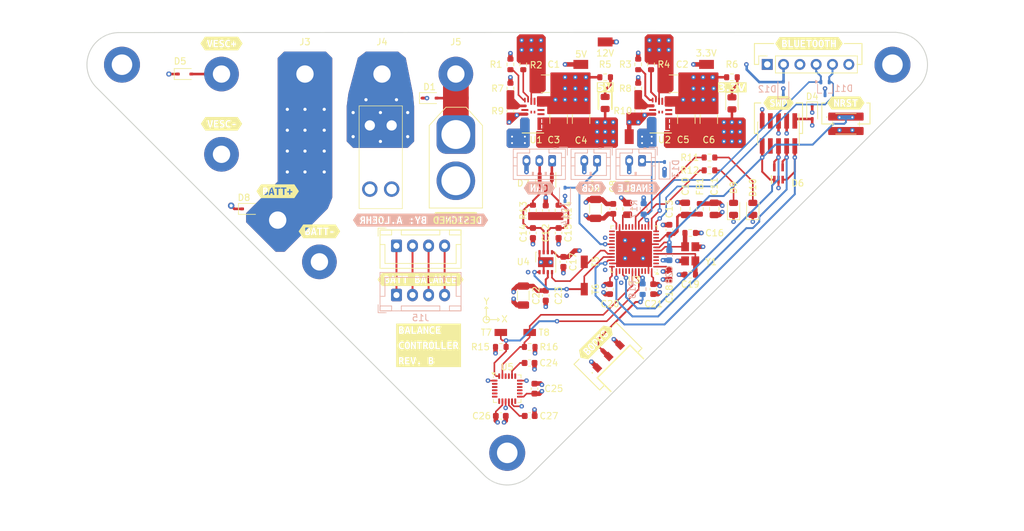
<source format=kicad_pcb>
(kicad_pcb (version 20240108) (generator "pcbnew") (generator_version "8.0")
  (layers (0 "F.Cu" signal) (1 "In1.Cu" power) (2 "In2.Cu" power) (31 "B.Cu" signal) (34 "B.Paste" user) (35 "F.Paste" user) (36 "B.SilkS" user "B.Silkscreen") (37 "F.SilkS" user "F.Silkscreen") (38 "B.Mask" user) (39 "F.Mask" user) (44 "Edge.Cuts" user))
  (net 0 "")
  (net 1 "+12V")
  (net 2 "GND")
  (net 3 "+3.3V")
  (net 4 "+5V")
  (net 5 "/LED_R")
  (net 6 "Net-(C12-Pad2)")
  (net 7 "+3.3VA")
  (net 8 "/HSE_IN")
  (net 9 "/HSE_OUT")
  (net 10 "/VCAP")
  (net 11 "/NRST")
  (net 12 "/CAN+")
  (net 13 "Net-(U5-CPOUT)")
  (net 14 "/CAN-")
  (net 15 "Net-(U5-REGOUT)")
  (net 16 "Net-(D10-A)")
  (net 17 "/3.3V_PWR_LED_K")
  (net 18 "/5V_PWR_LED_K")
  (net 19 "/VBAT")
  (net 20 "/VCHRG")
  (net 21 "Net-(D9-A)")
  (net 22 "/PWM")
  (net 23 "/ENABLE")
  (net 28 "Net-(J10-Pin_2)")
  (net 29 "/SW0")
  (net 30 "/SWIO")
  (net 31 "/SWCLK")
  (net 32 "/LED_G")
  (net 33 "/UART_RX")
  (net 34 "/UART_TX")
  (net 35 "Net-(U1-EN)")
  (net 36 "/3.3V_FB")
  (net 37 "Net-(U2-EN)")
  (net 38 "/5V_FB")
  (net 39 "Net-(U1-AAM)")
  (net 40 "Net-(U2-AAM)")
  (net 41 "Net-(J10-Pin_3)")
  (net 42 "/SDA")
  (net 43 "/SCL")
  (net 44 "/BOOT0")
  (net 45 "Net-(SW2-B)")
  (net 46 "/CAN_TX")
  (net 47 "/CAN_RX")
  (net 49 "unconnected-(U1-SW-Pad4)")
  (net 56 "unconnected-(U2-SW-Pad4)")
  (net 62 "Net-(J10-Pin_4)")
  (net 63 "Net-(J10-Pin_1)")
  (net 95 "/12V_FUSE")
  (footprint "Resistor_SMD:R_0603_1608Metric" (layer "F.Cu") (at 100 30.25 -90)
    (property "Reference" "R7")
    (property "Value" "34k")
  )
  (footprint "Capacitor_SMD:C_0805_2012Metric" (layer "F.Cu") (at 127.25 49 90)
    (property "Reference" "C10")
    (property "Value" "1u")
  )
  (footprint "Capacitor_SMD:C_0603_1608Metric" (layer "F.Cu") (at 103 81.25)
    (property "Reference" "C27")
    (property "Value" "100n")
  )
  (footprint "Resistor_SMD:R_0805_2012Metric" (layer "F.Cu") (at 118.25 49 90)
    (property "Reference" "C9")
    (property "Value" "4.7u")
  )
  (footprint "Capacitor_SMD:C_1210_3225Metric" (layer "F.Cu") (at 111 35 90)
    (property "Reference" "C4")
    (property "Value" "22u")
  )
  (footprint "Connector_JST:JST_XH_B4B-XH-A_1x04_P2.50mm_Vertical" (layer "F.Cu") (at 82.25 54.75)
    (property "Reference" "J10" (hide yes))
    (property "Value" "BAL_BATT_A")
  )
  (footprint "LED_SMD:LED_0805_2012Metric" (layer "F.Cu") (at 134.5 32.5625 -90)
    (property "Reference" "D3" (hide yes))
    (property "Value" "RED")
  )
  (footprint "MPM3610GQV-P:QFN3p0x5p0x1p6_MPM3610_MNP" (layer "F.Cu") (at 103.5 34.5)
    (property "Reference" "U1")
    (property "Value" "MPM3610GQV-P")
  )
  (footprint "MountingHole:MountingHole_2.7mm_Pad" (layer "F.Cu") (at 55 28)
    (property "Reference" "J8" (hide yes))
    (property "Value" "VESC+")
  )
  (footprint "MountingHole:MountingHole_2.7mm_Pad" (layer "F.Cu") (at 91.5 28)
    (property "Reference" "J5")
    (property "Value" "CHRG_SW")
  )
  (footprint "RCT-0C:RCT-0C" (layer "F.Cu") (at 130.54 26.5)
    (property "Reference" "T3" (hide yes))
    (property "Value" "TestPoint" (hide yes))
  )
  (footprint "AYZ0102AURLC:AYZ0102AURLC" (layer "F.Cu") (at 117.1 73.8 45)
    (property "Reference" "SW2" (hide yes))
    (property "Value" "BOOT0" (hide yes))
  )
  (footprint "Capacitor_SMD:C_1210_3225Metric" (layer "F.Cu") (at 127.4 35 90)
    (property "Reference" "C5")
    (property "Value" "22u")
  )
  (footprint "MountingHole:MountingHole_3.2mm_M3_DIN965_Pad" (layer "F.Cu") (at 159.5 26.542136)
    (property "Reference" "H2" (hide yes))
    (property "Value" "MountingHole_Pad")
  )
  (footprint "kibuzzard-65EE0D80" (layer "F.Cu") (at 113.3 69.8 45)
    (property "Reference" "kibuzzard-6" (hide yes))
    (property "Value" "G***" (hide yes))
  )
  (footprint "kibuzzard-65EE22FE" (layer "F.Cu") (at 141.75 32.5)
    (property "Reference" "kibuzzard-2" (hide yes))
    (property "Value" "G***" (hide yes))
  )
  (footprint "kibuzzard-65EE6C92" (layer "F.Cu") (at 70.25 52.5)
    (property "Reference" "kibuzzard-65EE6C92" (hide yes))
    (property "Value" "G***" (hide yes))
  )
  (footprint "Package_DFN_QFN:DFN-8-1EP_3x3mm_P0.65mm_EP1.55x2.4mm" (layer "F.Cu") (at 105.5 57.3 90)
    (property "Reference" "U4")
    (property "Value" "TJA1051TK-3")
  )
  (footprint "kibuzzard-65C183BF" (layer "F.Cu") (at 91.5 50.5)
    (property "Reference" "kibuzzard-4" (hide yes))
    (property "Value" "G***" (hide yes))
  )
  (footprint "534-3568:3568" (layer "F.Cu") (at 81.5 45.92 90)
    (property "Reference" "F1")
    (property "Value" "20A" (hide yes))
  )
  (footprint "Resistor_SMD:R_0603_1608Metric" (layer "F.Cu") (at 119.9 30.25 -90)
    (property "Reference" "R8")
    (property "Value" "40.2k")
  )
  (footprint "Capacitor_SMD:C_0603_1608Metric" (layer "F.Cu") (at 105.5 49.25 -90)
    (property "Reference" "C12")
    (property "Value" "47n")
  )
  (footprint "Capacitor_SMD:C_0603_1608Metric" (layer "F.Cu") (at 107.5 52.75 -90)
    (property "Reference" "C15")
    (property "Value" "100p")
  )
  (footprint "Resistor_SMD:R_0603_1608Metric" (layer "F.Cu") (at 102 26.5 -90)
    (property "Reference" "R2")
    (property "Value" "100k")
  )
  (footprint "Capacitor_SMD:C_1210_3225Metric" (layer "F.Cu") (at 105.5 29.5)
    (property "Reference" "C1")
    (property "Value" "22u")
  )
  (footprint "Resistor_SMD:R_0603_1608Metric" (layer "F.Cu") (at 114.75 28.5 180)
    (property "Reference" "R5")
    (property "Value" "523")
  )
  (footprint "Diode_SMD:D_SOD-323" (layer "F.Cu") (at 147 33.95 -90)
    (property "Reference" "D4")
    (property "Value" "SC1533-01FTG")
  )
  (footprint "MountingHole:MountingHole_2.7mm_Pad" (layer "F.Cu") (at 70.25 57.25)
    (property "Reference" "J11" (hide yes))
    (property "Value" "BATT-")
  )
  (footprint "Resistor_SMD:R_0603_1608Metric" (layer "F.Cu") (at 134.5 28.5 180)
    (property "Reference" "R6")
    (property "Value" "220")
  )
  (footprint "Resistor_SMD:R_0603_1608Metric" (layer "F.Cu") (at 119.9 26.5 90)
    (property "Reference" "R3")
    (property "Value" "39k")
  )
  (footprint "Capacitor_SMD:C_0603_1608Metric" (layer "F.Cu") (at 98.5 81.25)
    (property "Reference" "C26")
    (property "Value" "10n")
  )
  (footprint "RCT-0C:RCT-0C" (layer "F.Cu") (at 118.5 37.75 -90)
    (property "Reference" "T4" (hide yes))
    (property "Value" "TestPoint" (hide yes))
  )
  (footprint "Resistor_SMD:R_0603_1608Metric" (layer "F.Cu") (at 103.5 49.25 -90)
    (property "Reference" "R13")
    (property "Value" "60")
  )
  (footprint "Capacitor_SMD:C_0805_2012Metric" (layer "F.Cu") (at 131.75 49 -90)
    (property "Reference" "C11")
    (property "Value" "1u")
  )
  (footprint "MountingHole:MountingHole_3.2mm_M3_DIN965_Pad" (layer "F.Cu") (at 99.5 87)
    (property "Reference" "H3" (hide yes))
    (property "Value" "MountingHole_Pad")
  )
  (footprint "MPM3610GQV-P:QFN3p0x5p0x1p6_MPM3610_MNP" (layer "F.Cu") (at 123.4 34.5)
    (property "Reference" "U2")
    (property "Value" "MPM3610GQV-P")
  )
  (footprint "RCU-0C:TP+195X110" (layer "F.Cu") (at 103 68.25)
    (property "Reference" "T8")
    (property "Value" "TestPoint")
  )
  (footprint "kibuzzard-65C181EB" (layer "F.Cu") (at 152.25 32.5)
    (property "Reference" "kibuzzard-3" (hide yes))
    (property "Value" "G***" (hide yes))
  )
  (footprint "Diode_SMD:D_SOD-323" (layer "F.Cu") (at 87.45 31.75)
    (property "Reference" "D1")
    (property "Value" "D_TVS")
  )
  (footprint "Resistor_SMD:R_0603_1608Metric" (layer "F.Cu") (at 100 33.75 -90)
    (property "Reference" "R9")
    (property "Value" "6.49k")
  )
  (footprint "MPU6050:InvenSense_QFN-24_4x4mm_P0.5mm" (layer "F.Cu") (at 99.5 77)
    (property "Reference" "U5")
    (property "Value" "MPU-6050")
  )
  (footprint "ESDALC6V1W5:SOT65P210X110-5N" (layer "F.Cu") (at 141.75 43.5 90)
    (property "Reference" "D6")
    (property "Value" "ESDALC6V1W5" (hide yes))
  )
  (footprint "Capacitor_SMD:C_0603_1608Metric" (layer "F.Cu") (at 105.5 62.5 90)
    (property "Reference" "C23")
    (property "Value" "47n")
  )
  (footprint "Resistor_SMD:R_0603_1608Metric" (layer "F.Cu") (at 100 26.5 90)
    (property "Reference" "R1")
    (property "Value" "53.6k")
  )
  (footprint "kibuzzard-65EE6CAC" (layer "F.Cu") (at 55 35.75)
    (property "Reference" "kibuzzard-65EE6CAC" (hide yes))
    (property "Value" "G***" (hide yes))
  )
  (footprint "RCU-0C:TP+195X110" (layer "F.Cu") (at 111.5 61.5 90)
    (property "Reference" "T6")
    (property "Value" "TestPoint")
  )
  (footprint "LED_SMD:LED_0805_2012Metric" (layer "F.Cu") (at 137.75 49 90)
    (property "Reference" "D10")
    (property "Value" "RED")
  )
  (footprint "RCU-0C:TP+195X110" (layer "F.Cu") (at 111.5 57.25 90)
    (property "Reference" "T5")
    (property "Value" "TestPoint")
  )
  (footprint "MountingHole:MountingHole_2.7mm_Pad" (layer "F.Cu") (at 68 28)
    (property "Reference" "J3")
    (property "Value" "COM_SW")
  )
  (footprint "kibuzzard-65EBE841" (layer "F.Cu") (at 87.25 70.25)
    (property "Reference" "kibuzzard-7" (hide yes))
    (property "Value" "G***" (hide yes))
  )
  (footprint "Connector_AMASS:AMASS_XT60-F_1x02_P7.20mm_Vertical" (layer "F.Cu") (at 91.5 37.42 -90)
    (property "Reference" "J7" (hide yes))
    (property "Value" "CHARGE")
  )
  (footprint "Capacitor_SMD:C_0603_1608Metric" (layer "F.Cu") (at 108.25 57.25 90)
    (property "Reference" "C17")
    (property "Value" "100n")
  )
  (footprint "Capacitor_SMD:C_0603_1608Metric" (layer "F.Cu") (at 103.5 52.75 -90)
    (property "Reference" "C14")
    (property "Value" "100p")
  )
  (footprint "MountingHole:MountingHole_2.7mm_Pad" (layer "F.Cu") (at 63.75 50.75)
    (property "Reference" "J9" (hide yes))
    (property "Value" "BATT+" (hide yes))
  )
  (footprint "Capacitor_SMD:C_0603_1608Metric" (layer "F.Cu") (at 102.975 73)
    (property "Reference" "C24")
    (property "Value" "2.2n")
  )
  (footprint "NX3225SA-16.000M-STD-CRS-2:NX3225SA16000MSTDCRS2" (layer "F.Cu") (at 128 56 90)
    (property "Reference" "Y1")
    (property "Value" "NX3225SA-16.000" (hide yes))
  )
  (footprint "Resistor_SMD:R_0603_1608Metric" (layer "F.Cu") (at 131 41)
    (property "Reference" "R11")
    (property "Value" "220")
  )
  (footprint "Resistor_SMD:R_0603_1608Metric" (layer "F.Cu") (at 121.9 26.5 -90)
    (property "Reference" "R4")
    (property "Value" "100k")
  )
  (footprint "Resistor_SMD:R_0603_1608Metric" (layer "F.Cu") (at 128 59.25 180)
    (property "Reference" "C19")
    (property "Value" "6p")
  )
  (footprint "Capacitor_SMD:C_0603_1608Metric" (layer "F.Cu") (at 124.75 52.25 90)
    (property "Reference" "C13")
    (property "Value" "100n")
  )
  (footprint "kibuzzard-65C187BD" (layer "F.Cu") (at 86 60)
    (property "Reference" "kibuzzard-5" (hide yes))
    (property "Value" "G***" (hide yes))
  )
  (footprint "STM32F412:QFN-48-1EP_7x7mm_P0.5mm_EP5.6x5.6mm" (layer "F.Cu") (at 119.25 55.25 180)
    (property "Reference" "U3")
    (property "Value" "STM32F412CGU6")
  )
  (footprint "Resistor_SMD:R_0603_1608Metric" (layer "F.Cu") (at 98.5 70.5 180)
    (property "Reference" "R15")
    (property "Value" "4.7k")
  )
  (footprint "Resistor_SMD:R_0603_1608Metric" (layer "F.Cu") (at 129.5 49 90)
    (property "Reference" "FB1")
    (property "Value" "120R")
  )
  (footprint "kibuzzard-65EC859F" (layer "F.Cu") (at 146.5 23.25)
    (property "Reference" "kibuzzard-1" (hide yes))
    (property "Value" "G***" (hide yes))
  )
  (footprint "Connector_PinHeader_1.27mm:PinHeader_2x05_P1.27mm_Vertical_SMD" (layer "F.Cu") (at 141.75 37.25 -90)
    (property "Reference" "J6" (hide yes))
    (property "Value" "SWD")
  )
  (footprint "LED_SMD:LED_0805_2012Metric" (layer "F.Cu") (at 114.75 32.5 -90)
    (property "Reference" "D2" (hide yes))
    (property "Value" "RED")
  )
  (footprint "RCU-0C:TP+195X110" (layer "F.Cu") (at 98.5 68.25 180)
    (property "Reference" "T7")
    (property "Value" "TestPoint")
  )
  (footprint "Capacitor_SMD:C_1210_3225Metric" (layer "F.Cu") (at 107.5 35 90)
    (property "Reference" "C3")
    (property "Value" "22u")
  )
  (footprint "Resistor_SMD:R_0603_1608Metric" (layer "F.Cu") (at 131 43)
    (property "Reference" "R12")
    (property "Value" "15")
  )
  (footprint "Connector_PinSocket_2.54mm:PinSocket_1x06_P2.54mm_Vertical" (layer "F.Cu") (at 140 26.5 90)
    (property "Reference" "J1" (hide yes))
    (property "Value" "HC-05")
  )
  (footprint "Capacitor_SMD:C_1210_3225Metric" (layer "F.Cu") (at 125.425 29.5)
    (property "Reference" "C2")
    (property "Value" "22u")
  )
  (footprint "Resistor_SMD:R_0603_1608Metric" (layer "F.Cu") (at 107.5 49.25 90)
    (property "Reference" "R14")
    (property "Value" "60")
  )
  (footprint "kibuzzard-65EE6CA7" (layer "F.Cu") (at 55 23.25)
    (property "Reference" "kibuzzard-65EE6CA7" (hide yes))
    (property "Value" "G***" (hide yes))
  )
  (footprint "Resistor_SMD:R_0603_1608Metric" (layer "F.Cu") (at 128 52.75)
    (property "Reference" "C16")
    (property "Value" "6p")
  )
  (footprint "Capacitor_SMD:C_1206_3216Metric" (layer "F.Cu") (at 102 62.5 -90)
    (property "Reference" "C22")
    (property "Value" "10u")
  )
  (footprint "Resistor_SMD:R_0603_1608Metric" (layer "F.Cu") (at 103 70.5)
    (property "Reference" "R16")
    (property "Value" "4.7k")
  )
  (footprint "LED_SMD:LED_0805_2012Metric" (layer "F.Cu") (at 134.75 49 90)
    (property "Reference" "D9")
    (property "Value" "GRN")
  )
  (footprint "MountingHole:MountingHole_2.7mm_Pad" (layer "F.Cu") (at 55 40.5)
    (property "Reference" "J2" (hide yes))
    (property "Value" "VESC-")
  )
  (footprint "Capacitor_SMD:C_0603_1608Metric" (layer "F.Cu") (at 115.5 61.5 -90)
    (property "Reference" "C20")
    (property "Value" "100n")
  )
  (footprint "Capacitor_SMD:C_0603_1608Metric" (layer "F.Cu") (at 116 49 90)
    (property "Reference" "C8")
    (property "Value" "100n")
  )
  (footprint "Diode_SMD:D_SOD-323" (layer "F.Cu") (at 59.25 49)
    (property "Reference" "D8")
    (property "Value" "D_TVS")
  )
  (footprint "RCT-0C:RCT-0C" (layer "F.Cu") (at 114.75 23)
    (property "Reference" "T1" (hide yes))
    (property "Value" "TestPoint" (hide yes))
  )
  (footprint "Diode_SMD:D_SOD-323" (layer "F.Cu") (at 49.25 28)
    (property "Reference" "D5")
    (property "Value" "D_TVS")
  )
  (footprint "Capacitor_SMD:C_1210_3225Metric" (layer "F.Cu") (at 130.9 35 90)
    (property "Reference" "C6")
    (property "Value" "22u")
  )
  (footprint "Capacitor_SMD:C_1206_3216Metric" (layer "F.Cu") (at 113.25 49 90)
    (property "Reference" "C7")
    (property "Value" "10u")
  )
  (footprint "Resistor_SMD:R_0603_1608Metric" (layer "F.Cu") (at 119.9 33.725 -90)
    (property "Reference" "R10")
    (property "Value" "12.7k")
  )
  (footprint "PTS815_SJG_250_SMTR_LFS:PTS815SJG250SMTRLFS" (layer "F.Cu") (at 152.25 35.75)
    (property "Reference" "SW1" (hide yes))
    (property "Value" "NRST" (hide yes))
  )
  (footprint "RCT-0C:RCT-0C" (layer "F.Cu") (at 110.96 26.5)
    (property "Reference" "T2" (hide yes))
    (property "Value" "TestPoint" (hide yes))
  )
  (footprint "Capacitor_SMD:C_0603_1608Metric" (layer "F.Cu") (at 103.75 77 90)
    (property "Reference" "C25")
    (property "Value" "100n")
  )
  (footprint "Capacitor_SMD:C_0603_1608Metric" (layer "F.Cu") (at 124.75 59.25 -90)
    (property "Reference" "C18")
    (property "Value" "100n")
  )
  (footprint "Package_TO_SOT_SMD:SOT-23" (layer "F.Cu") (at 105.5 45 -90)
    (property "Reference" "D7")
    (property "Value" "NUP2105L")
  )
  (footprint "MountingHole:MountingHole_3.2mm_M3_DIN965_Pad" (layer "F.Cu") (at 39.5 26.542136)
    (property "Reference" "H1" (hide yes))
    (property "Value" "MountingHole_Pad")
  )
  (footprint "Capacitor_SMD:C_0603_1608Metric" (layer "F.Cu") (at 122.25 61.5 -90)
    (property "Reference" "C21")
    (property "Value" "100n")
  )
  (footprint "kibuzzard-65EE6C62" (layer "F.Cu") (at 63.75 46.25)
    (property "Reference" "kibuzzard-65EE6C62" (hide yes))
    (property "Value" "G***" (hide yes))
  )
  (footprint "MountingHole:MountingHole_2.7mm_Pad" (layer "F.Cu") (at 80 28)
    (property "Reference" "J4")
    (property "Value" "LOAD_SW")
  )
  (footprint "Connector_JST:JST_XH_B4B-XH-A_1x04_P2.50mm_Vertical" (layer "B.Cu") (at 82.25 62.42)
    (property "Reference" "J15")
    (property "Value" "BAL_BATT_B")
  )
  (footprint "kibuzzard-65C18803" (layer "B.Cu") (at 119.5 45.75 180)
    (property "Reference" "kibuzzard-8" (hide yes))
    (property "Value" "G***" (hide yes))
  )
  (footprint "Resistor_SMD:R_0603_1608Metric" (layer "B.Cu") (at 120.58737 61.5 -90)
    (property "Reference" "R18")
    (property "Value" "10k")
  )
  (footprint "Connector_JST:JST_PH_B2B-PH-K_1x02_P2.00mm_Vertical" (layer "B.Cu") (at 120.5 41.5 180)
    (property "Reference" "J12" (hide yes))
    (property "Value" "ENABLE" (hide yes))
  )
  (footprint "kibuzzard-65C18854" (layer "B.Cu") (at 104.5 45.75 180)
    (property "Reference" "kibuzzard-10" (hide yes))
    (property "Value" "G***" (hide yes))
  )
  (footprint "Diode_SMD:D_SOD-323" (layer "B.Cu") (at 124 42.75 90)
    (property "Reference" "D13")
    (property "Value" "SC1533-01FTG")
  )
  (footprint "Diode_SMD:D_SOD-323" (layer "B.Cu") (at 108.5 46.75 90)
    (property "Reference" "D14")
    (property "Value" "SC1533-01FTG")
  )
  (footprint "Diode_SMD:D_SOD-323" (layer "B.Cu") (at 142.5 30.25 90)
    (property "Reference" "D12")
    (property "Value" "SC1533-01FTG")
  )
  (footprint "Resistor_SMD:R_0603_1608Metric" (layer "B.Cu") (at 120.75 49 90)
    (property "Reference" "R17")
    (property "Value" "10k")
  )
  (footprint "kibuzzard-65C185CB" (layer "B.Cu") (at 86 50.75 180)
    (property "Reference" "kibuzzard-11" (hide yes))
    (property "Value" "G***" (hide yes))
  )
  (footprint "Capacitor_SMD:C_0603_1608Metric" (layer "B.Cu") (at 124.75 56.225 -90)
    (property "Reference" "C28")
    (property "Value" "100n")
  )
  (footprint "Package_TO_SOT_SMD:SOT-323_SC-70" (layer "B.Cu") (at 149 30.25 -90)
    (property "Reference" "D11")
    (property "Value" " VESD03A2-03G-G3-08")
  )
  (footprint "kibuzzard-65C1883A" (layer "B.Cu") (at 112.5 45.75 180)
    (property "Reference" "kibuzzard-9" (hide yes))
    (property "Value" "G***" (hide yes))
  )
  (footprint "Connector_JST:JST_PH_B2B-PH-K_1x02_P2.00mm_Vertical" (layer "B.Cu") (at 113.5 41.5 180)
    (property "Reference" "J13" (hide yes))
    (property "Value" "RGB_LED" (hide yes))
  )
  (footprint "Connector_JST:JST_PH_B3B-PH-K_1x03_P2.00mm_Vertical" (layer "B.Cu") (at 106.5 41.5 180)
    (property "Reference" "J14" (hide yes))
    (property "Value" "CAN" (hide yes))
  )
  (gr_line (start 116.476776 66.711611) (end 115.9 67.288388) (stroke (width 0.15)) (layer "F.SilkS"))
  (gr_line (start 96.25 64.25) (end 96.5 64.5) (stroke (width 0.15)) (layer "F.SilkS"))
  (gr_line (start 148.5 35.775) (end 150.4 35.775) (stroke (width 0.15)) (layer "F.SilkS"))
  (gr_line (start 145.5 37.25) (end 145.5 32.5) (stroke (width 0.15)) (layer "F.SilkS"))
  (gr_line (start 138 26.5) (end 138 23.25) (stroke (width 0.15)) (layer "F.SilkS"))
  (gr_line (start 114.6 76.5) (end 113.9 77.2) (stroke (width 0.15)) (layer "F.SilkS"))
  (gr_line (start 110.7 72.4) (end 109.9 73.2) (stroke (width 0.15)) (layer "F.SilkS"))
  (gr_rect (start 113.6 30.76) (end 113.79 33.54) (stroke (width 0.05)) (fill solid) (layer "F.SilkS"))
  (gr_line (start 156 32.5) (end 155.5 32.5) (stroke (width 0.15)) (layer "F.SilkS"))
  (gr_line (start 141 23.25) (end 138 23.25) (stroke (width 0.15)) (layer "F.SilkS"))
  (gr_line (start 120.476776 70.711611) (end 119.8 71.4) (stroke (width 0.15)) (layer "F.SilkS"))
  (gr_line (start 96.25 66.25) (end 98.25 66.25) (stroke (width 0.15)) (layer "F.SilkS"))
  (gr_line (start 149 32.5) (end 148.5 32.5) (stroke (width 0.15)) (layer "F.SilkS"))
  (gr_line (start 144.9925 37.25) (end 145.5075 37.25) (stroke (width 0.15)) (layer "F.SilkS"))
  (gr_line (start 109.9 73.2) (end 113.9 77.2) (stroke (width 0.15)) (layer "F.SilkS"))
  (gr_line (start 96 64.5) (end 96.25 64.25) (stroke (width 0.15)) (layer "F.SilkS"))
  (gr_line (start 98.25 66.25) (end 98 66) (stroke (width 0.15)) (layer "F.SilkS"))
  (gr_line (start 138 26.5) (end 138.63 26.5) (stroke (width 0.15)) (layer "F.SilkS"))
  (gr_line (start 139 32.5) (end 138 32.5) (stroke (width 0.15)) (layer "F.SilkS"))
  (gr_line (start 96.25 66.25) (end 96.25 64.25) (stroke (width 0.15)) (layer "F.SilkS"))
  (gr_line (start 154.1 35.775) (end 156 35.775) (stroke (width 0.15)) (layer "F.SilkS"))
  (gr_line (start 154.75 23.25) (end 152 23.25) (stroke (width 0.15)) (layer "F.SilkS"))
  (gr_line (start 116.476776 66.711611) (end 120.476776 70.711611) (stroke (width 0.15)) (layer "F.SilkS"))
  (gr_line (start 98.25 66.25) (end 98 66.5) (stroke (width 0.15)) (layer "F.SilkS"))
  (gr_line (start 138 32.5) (end 138 37.25) (stroke (width 0.15)) (layer "F.SilkS"))
  (gr_line (start 153.99 26.5) (end 154.75 26.5) (stroke (width 0.15)) (layer "F.SilkS"))
  (gr_line (start 148.5 32.5) (end 148.5 35.775) (stroke (width 0.15)) (layer "F.SilkS"))
  (gr_line (start 145.5 32.5) (end 144.5 32.5) (stroke (width 0.15)) (layer "F.SilkS"))
  (gr_line (start 156 35.775) (end 156 32.5) (stroke (width 0.15)) (layer "F.SilkS"))
  (gr_rect (start 115.72 30.76) (end 115.91 33.54) (stroke (width 0.05)) (fill solid) (layer "F.SilkS"))
  (gr_line (start 138 37.25) (end 138.515 37.25) (stroke (width 0.15)) (layer "F.SilkS"))
  (gr_circle (center 96.25 66.25) (end 96.25 66.75) (stroke (width 0.15)) (fill none) (layer "F.SilkS"))
  (gr_line (start 154.75 26.5) (end 154.75 23.25) (stroke (width 0.15)) (layer "F.SilkS"))
  (gr_poly (pts (xy 152.75 21.5) (xy 144 21.5) (xy 39.042135 21.542136) (xy 38.815539 21.544679) (xy 38.364206 21.585695) (xy 37.918437 21.667388) (xy 37.48189 21.789087) (xy 37.058148 21.949794) (xy 36.650688 22.148188) (xy 36.262855 22.382644) (xy 35.897832 22.651235) (xy 35.558613 22.951759) (xy 35.247983 23.281748) (xy 34.968491 23.638494) (xy 34.72243 24.01907) (xy 34.511822 24.420353) (xy 34.338392 24.839048) (xy 34.203566 25.271721) (xy 34.108449 25.71482) (xy 34.053822 26.164708) (xy 34.040133 26.617694) (xy 34.067495 27.07006) (xy 34.135683 27.518094) (xy 34.244138 27.958118) (xy 34.391969 28.386522) (xy 34.577963 28.799789) (xy 34.800594 29.194529) (xy 35.058035 29.567501) (xy 35.348172 29.915644) (xy 35.506602 30.07767) (xy 53.750191 48.321259) (xy 69.872226 64.443294) (xy 95.964466 90.535534) (xy 96.12044 90.688143) (xy 96.454743 90.968656) (xy 96.812222 91.218966) (xy 97.190157 91.437167) (xy 97.585671 91.621598) (xy 97.995755 91.770856) (xy 98.417286 91.883805) (xy 98.847058 91.959585) (xy 99.281799 91.99762) (xy 99.718201 91.99762) (xy 100.152942 91.959585) (xy 100.582714 91.883805) (xy 101.004245 91.770856) (xy 101.414329 91.621598) (xy 101.809843 91.437167) (xy 102.187778 91.218966) (xy 102.545257 90.968656) (xy 102.87956 90.688143) (xy 103.035534 90.535534) (xy 125.804372 67.766696) (xy 156.987781 36.583286) (xy 163.493398 30.07767) (xy 163.651829 29.915645) (xy 163.941969 29.567502) (xy 164.199412 29.19453) (xy 164.422046 28.799791) (xy 164.608042 28.386524) (xy 164.755875 27.958119) (xy 164.864331 27.518094) (xy 164.93252 27.07006) (xy 164.959883 26.617693) (xy 164.946195 26.164706) (xy 164.891568 25.714816) (xy 164.796451 25.271716) (xy 164.661625 24.839043) (xy 164.488195 24.420346) (xy 164.277585 24.019063) (xy 164.031524 23.638486) (xy 163.752031 23.28174) (xy 163.441399 22.951751) (xy 163.102179 22.651227) (xy 162.737153 22.382636) (xy 162.349319 22.148182) (xy 161.941857 21.949788) (xy 161.518114 21.789083) (xy 161.081566 21.667386) (xy 160.735795 21.591014) (xy 160.4 21.55) (xy 160.05 21.5)) (stroke (width 0.15)) (fill none) (layer "Edge.Cuts"))
  (gr_text "5V" (at 111 25.5 0) (layer "F.SilkS") (effects (font (size 1 1)) (justify bottom)))
  (gr_text "5V" (at 114.7 30.835 0) (layer "F.SilkS" knockout) (effects (font (size 1.2 1.2) (thickness 0.2) (bold yes)) (justify bottom)))
  (gr_text "X" (at 98.5 66.75 0) (layer "F.SilkS") (effects (font (size 1 1)) (justify left bottom)))
  (gr_text "Y" (at 95.75 64 0) (layer "F.SilkS") (effects (font (size 1 1)) (justify left bottom)))
  (gr_text "3.3V" (at 134.5 30.8775 0) (layer "F.SilkS" knockout) (effects (font (size 1.2 1.2) (thickness 0.3) (bold yes)) (justify bottom)))
  (gr_text "3.3V" (at 130.5 24.75 0) (layer "F.SilkS") (effects (font (size 1 1))))
  (gr_text "12V" (at 114.75 24.75 0) (layer "F.SilkS") (effects (font (size 1 1))))
  (segment (start 103.25 30.275) (end 104.025 29.5) (width 0.25) (layer "F.Cu") (net 1))
  (segment (start 103.25 32.246) (end 103.25 30.275) (width 0.25) (layer "F.Cu") (net 1))
  (segment (start 123.15 30.3) (end 123.95 29.5) (width 0.25) (layer "F.Cu") (net 1))
  (segment (start 50.3 28) (end 55 28) (width 0.4) (layer "F.Cu") (net 1))
  (segment (start 123.15 32.246) (end 123.15 30.3) (width 0.25) (layer "F.Cu") (net 1))
  (segment (start 116.5 23) (end 114.75 23) (width 0.7) (layer "F.Cu") (net 1))
  (via (at 121.65 24.25) (size 0.7) (drill 0.3) (layers "F.Cu" "B.Cu") (net 1))
  (via (at 103.25 22.75) (size 0.7) (drill 0.3) (layers "F.Cu" "B.Cu") (net 1))
  (via (at 103.25 24.25) (size 0.7) (drill 0.3) (layers "F.Cu" "B.Cu") (net 1))
  (via (at 121.65 22.75) (size 0.7) (drill 0.3) (layers "F.Cu" "B.Cu") (net 1))
  (via (at 104.75 22.75) (size 0.7) (drill 0.3) (layers "F.Cu" "B.Cu") (net 1))
  (via (at 124.65 22.75) (size 0.7) (drill 0.3) (layers "F.Cu" "B.Cu") (net 1))
  (via (at 101.75 22.75) (size 0.7) (drill 0.3) (layers "F.Cu" "B.Cu") (net 1))
  (via (at 116.5 23) (size 0.8) (drill 0.4) (layers "F.Cu" "B.Cu") (net 1))
  (via (at 104.75 24.25) (size 0.7) (drill 0.3) (layers "F.Cu" "B.Cu") (net 1))
  (via (at 124.65 24.25) (size 0.7) (drill 0.3) (layers "F.Cu" "B.Cu") (net 1))
  (via (at 123.15 22.75) (size 0.7) (drill 0.3) (layers "F.Cu" "B.Cu") (net 1))
  (via (at 123.15 24.25) (size 0.7) (drill 0.3) (layers "F.Cu" "B.Cu") (net 1))
  (via (at 101.75 24.25) (size 0.7) (drill 0.3) (layers "F.Cu" "B.Cu") (net 1))
  (segment (start 105.175 57.725) (end 104.75 57.3) (width 0.4) (layer "F.Cu") (net 2))
  (segment (start 128.825 52.75) (end 129.75 52.75) (width 0.7) (layer "F.Cu") (net 2))
  (segment (start 130 54.9) (end 128.8 54.9) (width 0.7) (layer "F.Cu") (net 2))
  (segment (start 104.7 76.2) (end 103.775 76.2) (width 0.7) (layer "F.Cu") (net 2))
  (segment (start 105.5 47.25) (end 105.5 48.475) (width 0.7) (layer "F.Cu") (net 2))
  (segment (start 112.25 47.5) (end 113.225 47.5) (width 0.7) (layer "F.Cu") (net 2))
  (segment (start 56.5 48.5) (end 57 49) (width 0.4) (layer "F.Cu") (net 2))
  (segment (start 100 25.675) (end 100 24.75) (width 0.7) (layer "F.Cu") (net 2))
  (segment (start 100.25 79.442764) (end 100.25 78.95) (width 0.25) (layer "F.Cu") (net 2))
  (segment (start 100.5 63.5) (end 101 64) (width 0.7) (layer "F.Cu") (net 2))
  (segment (start 143.02 35.3) (end 143.02 37.25) (width 0.4) (layer "F.Cu") (net 2))
  (segment (start 134.75 51) (end 134.75 49.9375) (width 0.4) (layer "F.Cu") (net 2))
  (segment (start 101.75 79.75) (end 100.557236 79.75) (width 0.25) (layer "F.Cu") (net 2))
  (segment (start 114.275 47.525) (end 114.975 48.225) (width 0.7) (layer "F.Cu") (net 2))
  (segment (start 101 64) (end 101.975 64) (width 0.7) (layer "F.Cu") (net 2))
  (segment (start 105.5 45.9375) (end 105.5 47.25) (width 0.4) (layer "F.Cu") (net 2))
  (segment (start 120 54.5) (end 119.25 55.25) (width 0.25) (layer "F.Cu") (net 2))
  (segment (start 127.2 57.1) (end 126 57.1) (width 0.7) (layer "F.Cu") (net 2))
  (segment (start 103.75 73) (end 103.75 74) (width 0.7) (layer "F.Cu") (net 2))
  (segment (start 123.75 51.5) (end 124.725 51.5) (width 0.7) (layer "F.Cu") (net 2))
  (segment (start 133.675 28.5) (end 131.5 28.5) (width 0.4) (layer "F.Cu") (net 2))
  (segment (start 100.5 63) (end 100.5 63.5) (width 0.7) (layer "F.Cu") (net 2))
  (segment (start 126 48) (end 127.2 48) (width 0.7) (layer "F.Cu") (net 2))
  (segment (start 57 49) (end 58.2 49) (width 0.4) (layer "F.Cu") (net 2))
  (segment (start 124.725 60) (end 124.75 60.025) (width 0.7) (layer "F.Cu") (net 2))
  (segment (start 114.775 62.275) (end 114.5 62) (width 0.7) (layer "F.Cu") (net 2))
  (segment (start 111.75 48) (end 112.25 47.5) (width 0.7) (layer "F.Cu") (net 2))
  (segment (start 122.6875 54.5) (end 120 54.5) (width 0.25) (layer "F.Cu") (net 2))
  (segment (start 127.175 59.25) (end 126.25 59.25) (width 0.7) (layer "F.Cu") (net 2))
  (segment (start 123.25 62) (end 122.975 62.275) (width 0.7) (layer "F.Cu") (net 2))
  (segment (start 121.5 57.5) (end 119.25 55.25) (width 0.25) (layer "F.Cu") (net 2))
  (segment (start 117.25 47.25) (end 118.0875 48.0875) (width 0.7) (layer "F.Cu") (net 2))
  (segment (start 123.75 60) (end 124.725 60) (width 0.7) (layer "F.Cu") (net 2))
  (segment (start 103.75 81.225) (end 103.775 81.25) (width 0.7) (layer "F.Cu") (net 2))
  (segment (start 141.75 44.45) (end 141.75 45.75) (width 0.3) (layer "F.Cu") (net 2))
  (segment (start 113.225 47.5) (end 113.25 47.525) (width 0.7) (layer "F.Cu") (net 2))
  (segment (start 113.25 47.525) (end 114.275 47.525) (width 0.7) (layer "F.Cu") (net 2))
  (segment (start 117 51.8125) (end 117 53) (width 0.25) (layer "F.Cu") (net 2))
  (segment (start 122.975 62.275) (end 122.25 62.275) (width 0.7) (layer "F.Cu") (net 2))
  (segment (start 103.5 53.525) (end 103.5 54.5) (width 0.7) (layer "F.Cu") (net 2))
  (segment (start 114.975 48.225) (end 116 48.225) (width 0.7) (layer "F.Cu") (net 2))
  (segment (start 141.75 35.3) (end 141.75 37.25) (width 0.4) (layer "F.Cu") (net 2))
  (segment (start 115.8125 57.5) (end 117 57.5) (width 0.25) (layer "F.Cu") (net 2))
  (segment (start 118.5 35.5) (end 118.5 36.96) (width 0.7) (layer "F.Cu") (net 2))
  (segment (start 99.25 78.95) (end 99.25 80) (width 0.25) (layer "F.Cu") (net 2))
  (segment (start 127.2 48) (end 127.25 48.05) (width 0.7) (layer "F.Cu") (net 2))
  (segment (start 121.5 58.6875) (end 121.5 57.5) (width 0.25) (layer "F.Cu") (net 2))
  (segment (start 117 57.5) (end 119.25 55.25) (width 0.25) (layer "F.Cu") (net 2))
  (segment (start 117 53) (end 119.25 55.25) (width 0.25) (layer "F.Cu") (net 2))
  (segment (start 132.55 49.95) (end 133 49.5) (width 0.7) (layer "F.Cu") (net 2))
  (segment (start 103.75 76.175) (end 103.7 76.225) (width 0.25) (layer "F.Cu") (net 2))
  (segment (start 103.775 76.2) (end 103.75 76.225) (width 0.7) (layer "F.Cu") (net 2))
  (segment (start 104.525 55.75) (end 104.525 57.075) (width 0.3) (layer "F.Cu") (net 2))
  (segment (start 137.75 51) (end 137.75 49.9375) (width 0.4) (layer "F.Cu") (net 2))
  (segment (start 131.75 49.95) (end 132.55 49.95) (width 0.7) (layer "F.Cu") (net 2))
  (segment (start 124.725 51.5) (end 124.75 51.475) (width 0.7) (layer "F.Cu") (net 2))
  (segment (start 147 32.9) (end 147 34) (width 0.4) (layer "F.Cu") (net 2))
  (segment (start 86.2 31.75) (end 87 31.75) (width 0.4) (layer "F.Cu") (net 2))
  (segment (start 48.2 28) (end 46.8 28) (width 0.4) (layer "F.Cu") (net 2))
  (segment (start 139.21 35.3) (end 139.21 33.5) (width 0.4) (layer "F.Cu") (net 2))
  (segment (start 113.529111 73.729111) (end 112.6 72.8) (width 0.7) (layer "F.Cu") (net 2))
  (segment (start 103.75 80.25) (end 103.75 81.225) (width 0.7) (layer "F.Cu") (net 2))
  (segment (start 97.55 75.75) (end 96.5 75.75) (width 0.25) (layer "F.Cu") (net 2))
  (segment (start 115.5 62.275) (end 114.775 62.275) (width 0.7) (layer "F.Cu") (net 2))
  (segment (start 101.45 75.75) (end 102.5 75.75) (width 0.25) (layer "F.Cu") (net 2))
  (segment (start 100.557236 79.75) (end 100.25 79.442764) (width 0.25) (layer "F.Cu") (net 2))
  (segment (start 111.75 28.5) (end 113.925 28.5) (width 0.4) (layer "F.Cu") (net 2))
  (segment (start 105.5 64.25) (end 105.5 63.275) (width 0.7) (layer "F.Cu") (net 2))
  (segment (start 105.175 58.85) (end 105.175 57.725) (width 0.3) (layer "F.Cu") (net 2))
  (segment (start 99.275 81.25) (end 99.275 81.975) (width 0.7) (layer "F.Cu") (net 2))
  (segment (start 104.525 57.075) (end 104.75 57.3) (width 0.4) (layer "F.Cu") (net 2))
  (segment (start 107.5 53.525) (end 107.5 54.5) (width 0.7) (layer "F.Cu") (net 2))
  (segment (start 119.9 25.675) (end 119.9 24.7) (width 0.7) (layer "F.Cu") (net 2))
  (segment (start 101.975 64) (end 102 63.975) (width 0.7) (layer "F.Cu") (net 2))
  (segment (start 99.275 81.975) (end 99 82.25) (width 0.7) (layer "F.Cu") (net 2))
  (segment (start 104.9 76.4) (end 104.7 76.2) (width 0.7) (layer "F.Cu") (net 2))
  (via (at 103.5 54.5) (size 0.7) (drill 0.3) (layers "F.Cu" "B.Cu") (net 2))
  (via (at 143.02 37.25) (size 0.7) (drill 0.3) (layers "F.Cu" "B.Cu") (net 2))
  (via (at 120.9 34.4) (size 0.7) (drill 0.3) (layers "F.Cu" "B.Cu") (net 2))
  (via (at 119.9 35.5) (size 0.7) (drill 0.3) (layers "F.Cu" "B.Cu") (net 2))
  (via (at 111.5 43.25) (size 0.7) (drill 0.3) (layers "F.Cu" "B.Cu") (net 2))
  (via (at 131.65 30.25) (size 0.7) (drill 0.3) (layers "F.Cu" "B.Cu") (net 2))
  (via (at 123.75 51.5) (size 0.7) (drill 0.3) (layers "F.Cu" "B.Cu") (net 2))
  (via (at 46.8 28) (size 0.8) (drill 0.4) (layers "F.Cu" "B.Cu") (net 2))
  (via (at 117.85 53.9) (size 0.7) (drill 0.3) (layers "F.Cu" "B.Cu") (net 2))
  (via (at 117.25 60.5) (size 0.7) (drill 0.3) (layers "F.Cu" "B.Cu") (net 2))
  (via (at 102.5 43.25) (size 0.7) (drill 0.3) (layers "F.Cu" "B.Cu") (net 2))
  (via (at 129.75 52.75) (size 0.7) (drill 0.3) (layers "F.Cu" "B.Cu") (net 2))
  (via (at 111.75 48) (size 0.7) (drill 0.3) (layers "F.Cu" "B.Cu") (net 2))
  (via (at 101 34.4) (size 0.7) (drill 0.3) (layers "F.Cu" "B.Cu") (net 2))
  (via (at 126 57.1) (size 0.7) (drill 0.3) (layers "F.Cu" "B.Cu") (net 2))
  (via (at 106.25 57.3) (size 0.7) (drill 0.3) (layers "F.Cu" "B.Cu") (net 2))
  (via (at 153.25 36.75) (size 0.7) (drill 0.3) (layers "F.Cu" "B.Cu") (net 2))
  (via (at 107.5 54.5) (size 0.7) (drill 0.3) (layers "F.Cu" "B.Cu") (net 2))
  (via (at 110.1 32) (size 0.7) (drill 0.3) (layers "F.Cu" "B.Cu") (net 2))
  (via (at 114.75 58.5) (size 0.7) (drill 0.3) (layers "F.Cu" "B.Cu") (net 2))
  (via (at 151.25 36.75) (size 0.7) (drill 0.3) (layers "F.Cu" "B.Cu") (net 2))
  (via (at 128.5 32) (size 0.7) (drill 0.3) (layers "F.Cu" "B.Cu") (net 2))
  (via (at 120.65 53.9) (size 0.7) (drill 0.3) (layers "F.Cu" "B.Cu") (net 2))
  (via (at 142.5 30.25) (size 0.7) (drill 0.3) (layers "F.Cu" "B.Cu") (net 2))
  (via (at 128.5 30.25) (size 0.7) (drill 0.3) (layers "F.Cu" "B.Cu") (net 2))
  (via (at 111.75 30.25) (size 0.7) (drill 0.3) (layers "F.Cu" "B.Cu") (net 2))
  (via (at 107 32) (size 0.7) (drill 0.3) (layers "F.Cu" "B.Cu") (net 2))
  (via (at 103.75 80.25) (size 0.7) (drill 0.3) (layers "F.Cu" "B.Cu") (net 2))
  (via (at 111.75 28.5) (size 0.7) (drill 0.3) (layers "F.Cu" "B.Cu") (net 2))
  (via (at 101.75 79.75) (size 0.7) (drill 0.3) (layers "F.Cu" "B.Cu") (net 2))
  (via (at 111.75 32) (size 0.7) (drill 0.3) (layers "F.Cu" "B.Cu") (net 2))
  (via (at 126.25 59.25) (size 0.7) (drill 0.3) (layers "F.Cu" "B.Cu") (net 2))
  (via (at 100 24.75) (size 0.7) (drill 0.3) (layers "F.Cu" "B.Cu") (net 2))
  (via (at 110.1 28.5) (size 0.7) (drill 0.3) (layers "F.Cu" "B.Cu") (net 2))
  (via (at 99.8 35.5) (size 0.7) (drill 0.3) (layers "F.Cu" "B.Cu") (net 2))
  (via (at 130 30.25) (size 0.7) (drill 0.3) (layers "F.Cu" "B.Cu") (net 2))
  (via (at 141.75 45.75) (size 0.7) (drill 0.3) (layers "F.Cu" "B.Cu") (net 2))
  (via (at 96.5 75.75) (size 0.7) (drill 0.3) (layers "F.Cu" "B.Cu") (net 2))
  (via (at 119.9 24.7) (size 0.7) (drill 0.3) (layers "F.Cu" "B.Cu") (net 2))
  (via (at 105.5 47.25) (size 0.7) (drill 0.3) (layers "F.Cu" "B.Cu") (net 2))
  (via (at 87 31.75) (size 0.7) (drill 0.3) (layers "F.Cu" "B.Cu") (net 2))
  (via (at 147 34) (size 0.7) (drill 0.3) (layers "F.Cu" "B.Cu") (net 2))
  (via (at 120.65 56.7) (size 0.7) (drill 0.3) (layers "F.Cu" "B.Cu") (net 2))
  (via (at 99.25 80) (size 0.7) (drill 0.3) (layers "F.Cu" "B.Cu") (net 2))
  (via (at 128.5 28.5) (size 0.7) (drill 0.3) (layers "F.Cu" "B.Cu") (net 2))
  (via (at 134.75 51) (size 0.7) (drill 0.3) (layers "F.Cu" "B.Cu") (net 2))
  (via (at 103.75 74) (size 0.7) (drill 0.3) (layers "F.Cu" "B.Cu") (net 2))
  (via (at 117.85 56.7) (size 0.7) (drill 0.3) (layers "F.Cu" "B.Cu") (net 2))
  (via (at 108.5 47) (size 0.7) (drill 0.3) (layers "F.Cu" "B.Cu") (net 2))
  (via (at 123.75 57) (size 0.7) (drill 0.3) (layers "F.Cu" "B.Cu") (net 2))
  (via (at 124 42.8) (size 0.7) (drill 0.3) (layers "F.Cu" "B.Cu") (net 2))
  (via (at 137.75 51) (size 0.7) (drill 0.3) (layers "F.Cu" "B.Cu") (net 2))
  (via (at 130 32) (size 0.7) (drill 0.3) (layers "F.Cu" "B.Cu") (net 2))
  (via (at 56.5 48.5) (size 1) (drill 0.5) (layers "F.Cu" "B.Cu") (net 2))
  (via (at 114.75 53.5) (size 0.7) (drill 0.3) (layers "F.Cu" "B.Cu") (net 2))
  (via (at 104.9 76.4) (size 0.7) (drill 0.3) (layers "F.Cu" "B.Cu") (net 2))
  (via (at 117.25 47.25) (size 0.7) (drill 0.3) (layers "F.Cu" "B.Cu") (net 2))
  (via (at 149 30.25) (size 0.7) (drill 0.3) (layers "F.Cu" "B.Cu") (net 2))
  (via (at 119.25 55.3) (size 0.7) (drill 0.3) (layers "F.Cu" "B.Cu") (net 2))
  (via (at 108.5 28.5) (size 0.7) (drill 0.3) (layers "F.Cu" "B.Cu") (net 2))
  (via (at 131.65 32) (size 0.7) (drill 0.3) (layers "F.Cu" "B.Cu") (net 2))
  (via (at 108.75 62.5) (size 0.7) (drill 0.3) (layers "F.Cu" "B.Cu") (net 2))
  (via (at 102.75 58.85) (size 0.7) (drill 0.3) (layers "F.Cu" "B.Cu") (net 2))
  (via (at 108.5 32) (size 0.7) (drill 0.3) (layers "F.Cu" "B.Cu") (net 2))
  (via (at 104.75 57.3) (size 0.7) (drill 0.3) (layers "F.Cu" "B.Cu") (net 2))
  (via (at 118.5 35.5) (size 0.7) (drill 0.3) (layers "F.Cu" "B.Cu") (net 2))
  (via (at 130 28.5) (size 0.7) (drill 0.3) (layers "F.Cu" "B.Cu") (net 2))
  (via (at 139.21 33.5) (size 0.7) (drill 0.3) (layers "F.Cu" "B.Cu") (net 2))
  (via (at 123.25 62) (size 0.7) (drill 0.3) (layers "F.Cu" "B.Cu") (net 2))
  (via (at 133 49.5) (size 0.7) (drill 0.3) (layers "F.Cu" "B.Cu") (net 2))
  (via (at 141.75 37.25) (size 0.7) (drill 0.3) (layers "F.Cu" "B.Cu") (net 2))
  (via (at 110.1 30.25) (size 0.7) (drill 0.3) (layers "F.Cu" "B.Cu") (net 2))
  (via (at 105.5 64.25) (size 0.7) (drill 0.3) (layers "F.Cu" "B.Cu") (net 2))
  (via (at 126 48) (size 0.7) (drill 0.3) (layers "F.Cu" "B.Cu") (net 2))
  (via (at 130 54.9) (size 0.7) (drill 0.3) (layers "F.Cu" "B.Cu") (net 2))
  (via (at 126.9 32) (size 0.7) (drill 0.3) (layers "F.Cu" "B.Cu") (net 2))
  (via (at 99 82.25) (size 0.7) (drill 0.3) (layers "F.Cu" "B.Cu") (net 2))
  (via (at 108.5 30.25) (size 0.7) (drill 0.3) (layers "F.Cu" "B.Cu") (net 2))
  (via (at 100.5 63) (size 0.7) (drill 0.3) (layers "F.Cu" "B.Cu") (net 2))
  (via (at 112.6 72.8) (size 0.7) (drill 0.3) (layers "F.Cu" "B.Cu") (net 2))
  (via (at 118.5 43.25) (size 0.7) (drill 0.3) (layers "F.Cu" "B.Cu") (net 2))
  (via (at 114.5 62) (size 0.7) (drill 0.3) (layers "F.Cu" "B.Cu") (net 2))
  (via (at 123.75 60) (size 0.7) (drill 0.3) (layers "F.Cu" "B.Cu") (net 2))
  (via (at 131.5 28.5) (size 0.7) (drill 0.3) (layers "F.Cu" "B.Cu") (net 2))
  (via (at 102.5 75.75) (size 0.7) (drill 0.3) (layers "F.Cu" "B.Cu") (net 2))
  (segment (start 118.5 43.25) (end 118.5 41.5) (width 0.7) (layer "B.Cu") (net 2))
  (segment (start 108.5 47.8) (end 108.5 47) (width 0.3) (layer "B.Cu") (net 2))
  (segment (start 102.5 43.25) (end 102.5 41.5) (width 0.7) (layer "B.Cu") (net 2))
  (segment (start 111.5 43.25) (end 111.5 41.5) (width 0.7) (layer "B.Cu") (net 2))
  (segment (start 149 30.25) (end 149 31.25) (width 0.4) (layer "B.Cu") (net 2))
  (segment (start 123.75 57) (end 124.75 57) (width 0.7) (layer "B.Cu") (net 2))
  (segment (start 142.5 30.25) (end 142.5 31.3) (width 0.4) (layer "B.Cu") (net 2))
  (segment (start 124 42.8) (end 124 43.8) (width 0.7) (layer "B.Cu") (net 2))
  (segment (start 109.025 56.475) (end 108.25 56.475) (width 0.7) (layer "F.Cu") (net 3))
  (segment (start 97.725 81.25) (end 97.725 81.975) (width 0.7) (layer "F.Cu") (net 3))
  (segment (start 134.5 35.5) (end 134.5 33.5) (width 0.4) (layer "F.Cu") (net 3))
  (segment (start 110 55.5) (end 109.025 56.475) (width 0.7) (layer "F.Cu") (net 3))
  (segment (start 115.5 60.725) (end 115.5 59.75) (width 0.25) (layer "F.Cu") (net 3))
  (segment (start 132.55 48.05) (end 133 48.5) (width 0.7) (layer "F.Cu") (net 3))
  (segment (start 110.75 55.5) (end 110 55.5) (width 0.7) (layer "F.Cu") (net 3))
  (segment (start 104.5 77.8) (end 103.775 77.8) (width 0.7) (layer "F.Cu") (net 3))
  (segment (start 124.275 58) (end 122.6875 58) (width 0.25) (layer "F.Cu") (net 3))
  (segment (start 122.975 60.725) (end 122.25 60.725) (width 0.7) (layer "F.Cu") (net 3))
  (segment (start 115.5 60.725) (end 114.775 60.725) (width 0.7) (layer "F.Cu") (net 3))
  (segment (start 103.775 77.8) (end 103.75 77.775) (width 0.7) (layer "F.Cu") (net 3))
  (segment (start 113.25 50.475) (end 114.525 50.475) (width 0.7) (layer "F.Cu") (net 3))
  (segment (start 111.75 50) (end 112.225 50.475) (width 0.7) (layer "F.Cu") (net 3))
  (segment (start 98.75 78.95) (end 98.75 79.55) (width 0.25) (layer "F.Cu") (net 3))
  (segment (start 116.5 51.8125) (end 116.5 51.25) (width 0.25) (layer "F.Cu") (net 3))
  (segment (start 147 36) (end 147 35) (width 0.4) (layer "F.Cu") (net 3))
  (segment (start 101.45 78.25) (end 102.05 78.25) (width 0.25) (layer "F.Cu") (net 3))
  (segment (start 97.725 80.575) (end 97.725 81.25) (width 0.25) (layer "F.Cu") (net 3))
  (segment (start 119.9 29.425) (end 119.9 28.5) (width 0.7) (layer "F.Cu") (net 3))
  (segment (start 116 50.75) (end 116.5 51.25) (width 0.25) (layer "F.Cu") (net 3))
  (segment (start 129.5 48.175) (end 131.625 48.175) (width 0.7) (layer "F.Cu") (net 3))
  (segment (start 106.75 55.75) (end 107.475 56.475) (width 0.3) (layer "F.Cu") (net 3))
  (segment (start 122 58.6875) (end 122 59.5) (width 0.25) (layer "F.Cu") (net 3))
  (segment (start 124.475 58.75) (end 124.75 58.475) (width 0.7) (layer "F.Cu") (net 3))
  (segment (start 102.05 78.25) (end 102.525 77.775) (width 0.25) (layer "F.Cu") (net 3))
  (segment (start 112.225 50.475) (end 113.25 50.475) (width 0.7) (layer "F.Cu") (net 3))
  (segment (start 144.59 35) (end 144.29 35.3) (width 0.4) (layer "F.Cu") (net 3))
  (segment (start 123.25 61) (end 122.975 60.725) (width 0.7) (layer "F.Cu") (net 3))
  (segment (start 128.5 26.5) (end 130 26.5) (width 0.7) (layer "F.Cu") (net 3))
  (segment (start 98.75 79.55) (end 97.725 80.575) (width 0.25) (layer "F.Cu") (net 3))
  (segment (start 147 35) (end 144.59 35) (width 0.4) (layer "F.Cu") (net 3))
  (segment (start 114.525 50.475) (end 115.225 49.775) (width 0.7) (layer "F.Cu") (net 3))
  (segment (start 97.675 71.5) (end 97.675 70.5) (width 0.7) (layer "F.Cu") (net 3))
  (segment (start 122.25 59.75) (end 122.25 60.725) (width 0.25) (layer "F.Cu") (net 3))
  (segment (start 114.775 60.725) (end 114.5 61) (width 0.7) (layer "F.Cu") (net 3))
  (segment (start 115.8125 59.4375) (end 115.8125 58) (width 0.25) (layer "F.Cu") (net 3))
  (segment (start 115.5 59.75) (end 115.8125 59.4375) (width 0.25) (layer "F.Cu") (net 3))
  (segment (start 115.225 49.775) (end 116 49.775) (width 0.7) (layer "F.Cu") (net 3))
  (segment (start 124.75 58.475) (end 124.275 58) (width 0.25) (layer "F.Cu") (net 3))
  (segment (start 116 50.75) (end 116 49.775) (width 0.25) (layer "F.Cu") (net 3))
  (segment (start 103.825 71.5) (end 103.825 70.5) (width 0.7) (layer "F.Cu") (net 3))
  (segment (start 122 59.5) (end 122.25 59.75) (width 0.25) (layer "F.Cu") (net 3))
  (segment (start 97.725 81.975) (end 98 82.25) (width 0.7) (layer "F.Cu") (net 3))
  (segment (start 123.75 58.75) (end 124.475 58.75) (width 0.7) (layer "F.Cu") (net 3))
  (segment (start 107.475 56.475) (end 108.25 56.475) (width 0.3) (layer "F.Cu") (net 3))
  (segment (start 117.029111 70.229111) (end 116.1 69.3) (width 0.7) (layer "F.Cu") (net 3))
  (segment (start 131.625 48.175) (end 131.75 48.05) (width 0.7) (layer "F.Cu") (net 3))
  (segment (start 106.475 55.75) (end 106.75 55.75) (width 0.3) (layer "F.Cu") (net 3))
  (segment (start 102.525 77.775) (end 103.75 77.775) (width 0.25) (layer "F.Cu") (net 3))
  (segment (start 104.9 77.4) (end 104.5 77.8) (width 0.7) (layer "F.Cu") (net 3))
  (segment (start 131.75 48.05) (end 132.55 48.05) (width 0.7) (layer "F.Cu") (net 3))
  (via (at 123.25 61) (size 0.7) (drill 0.3) (layers "F.Cu" "B.Cu") (net 3))
  (via (at 110.75 55.5) (size 0.7) (drill 0.3) (layers "F.Cu" "B.Cu") (net 3))
  (via (at 123.75 58.75) (size 0.7) (drill 0.3) (layers "F.Cu" "B.Cu") (net 3))
  (via (at 133.25 35.5) (size 0.7) (drill 0.3) (layers "F.Cu" "B.Cu") (net 3))
  (via (at 134.5 38.5) (size 0.7) (drill 0.3) (layers "F.Cu" "B.Cu") (net 3))
  (via (at 120.75 47.25) (size 0.7) (drill 0.3) (layers "F.Cu" "B.Cu") (net 3))
  (via (at 133.25 38.5) (size 0.7) (drill 0.3) (layers "F.Cu" "B.Cu") (net 3))
  (via (at 97.675 71.5) (size 0.7) (drill 0.3) (layers "F.Cu" "B.Cu") (net 3))
  (via (at 135.75 37) (size 0.7) (drill 0.3) (layers "F.Cu" "B.Cu") (net 3))
  (via (at 128.5 26.5) (size 0.7) (drill 0.3) (layers "F.Cu" "B.Cu") (net 3))
  (via (at 111.75 50) (size 0.7) (drill 0.3) (layers "F.Cu" "B.Cu") (net 3))
  (via (at 133 48.5) (size 0.7) (drill 0.3) (layers "F.Cu" "B.Cu") (net 3))
  (via (at 134.5 35.5) (size 0.7) (drill 0.3) (layers "F.Cu" "B.Cu") (net 3))
  (via (at 114.5 61) (size 0.7) (drill 0.3) (layers "F.Cu" "B.Cu") (net 3))
  (via (at 119.9 28.5) (size 0.7) (drill 0.3) (layers "F.Cu" "B.Cu") (net 3))
  (via (at 103.825 71.5) (size 0.7) (drill 0.3) (layers "F.Cu" "B.Cu") (net 3))
  (via (at 104.9 77.4) (size 0.7) (drill 0.3) (layers "F.Cu" "B.Cu") (net 3))
  (via (at 116.1 69.3) (size 0.7) (drill 0.3) (layers "F.Cu" "B.Cu") (net 3))
  (via (at 98 82.25) (size 0.7) (drill 0.3) (layers "F.Cu" "B.Cu") (net 3))
  (via (at 135.75 38.5) (size 0.7) (drill 0.3) (layers "F.Cu" "B.Cu") (net 3))
  (via (at 147 36) (size 0.7) (drill 0.3) (layers "F.Cu" "B.Cu") (net 3))
  (via (at 134.5 37) (size 0.7) (drill 0.3) (layers "F.Cu" "B.Cu") (net 3))
  (via (at 133.25 37) (size 0.7) (drill 0.3) (layers "F.Cu" "B.Cu") (net 3))
  (via (at 135.75 35.5) (size 0.7) (drill 0.3) (layers "F.Cu" "B.Cu") (net 3))
  (segment (start 120.75 48.175) (end 120.75 47.25) (width 0.7) (layer "B.Cu") (net 3))
  (segment (start 100 28.5) (end 100 29.425) (width 0.7) (layer "F.Cu") (net 4))
  (segment (start 105.5 60) (end 105.5 61.725) (width 0.3) (layer "F.Cu") (net 4))
  (segment (start 114.75 35.5) (end 114.75 33.4375) (width 0.4) (layer "F.Cu") (net 4))
  (segment (start 108.5 26.5) (end 110.17 26.5) (width 0.7) (layer "F.Cu") (net 4))
  (segment (start 102 61.025) (end 103.525 61.025) (width 0.7) (layer "F.Cu") (net 4))
  (segment (start 105.825 58.85) (end 105.825 59.675) (width 0.3) (layer "F.Cu") (net 4))
  (segment (start 103.525 61.025) (end 104.225 61.725) (width 0.7) (layer "F.Cu") (net 4))
  (segment (start 101.087499 61.025) (end 102 61.025) (width 0.7) (layer "F.Cu") (net 4))
  (segment (start 100.5 61.949997) (end 100.5 61.612499) (width 0.7) (layer "F.Cu") (net 4))
  (segment (start 104.225 61.725) (end 105.5 61.725) (width 0.7) (layer "F.Cu") (net 4))
  (segment (start 108.25 58.025) (end 108.25 59) (width 0.7) (layer "F.Cu") (net 4))
  (segment (start 100.5 61.612499) (end 101.087499 61.025) (width 0.7) (layer "F.Cu") (net 4))
  (segment (start 105.825 59.675) (end 105.5 60) (width 0.3) (layer "F.Cu") (net 4))
  (via (at 114.75 37) (size 0.7) (drill 0.3) (layers "F.Cu" "B.Cu") (net 4))
  (via (at 100 28.5) (size 0.7) (drill 0.3) (layers "F.Cu" "B.Cu") (net 4))
  (via (at 100.5 61.949997) (size 0.7) (drill 0.3) (layers "F.Cu" "B.Cu") (net 4))
  (via (at 113.5 38.5) (size 0.7) (drill 0.3) (layers "F.Cu" "B.Cu") (net 4))
  (via (at 113.5 37) (size 0.7) (drill 0.3) (layers "F.Cu" "B.Cu") (net 4))
  (via (at 114.75 35.5) (size 0.7) (drill 0.3) (layers "F.Cu" "B.Cu") (net 4))
  (via (at 136.75 26.5) (size 0.7) (drill 0.3) (layers "F.Cu" "B.Cu") (net 4))
  (via (at 116 38.5) (size 0.7) (drill 0.3) (layers "F.Cu" "B.Cu") (net 4))
  (via (at 116 37) (size 0.7) (drill 0.3) (layers "F.Cu" "B.Cu") (net 4))
  (via (at 108.25 59) (size 0.7) (drill 0.3) (layers "F.Cu" "B.Cu") (net 4))
  (via (at 108.5 26.5) (size 0.7) (drill 0.3) (layers "F.Cu" "B.Cu") (net 4))
  (via (at 116 35.5) (size 0.7) (drill 0.3) (layers "F.Cu" "B.Cu") (net 4))
  (via (at 113.5 35.5) (size 0.7) (drill 0.3) (layers "F.Cu" "B.Cu") (net 4))
  (via (at 114.75 38.5) (size 0.7) (drill 0.3) (layers "F.Cu" "B.Cu") (net 4))
  (segment (start 142.54 26.54) (end 142.54 29.16) (width 0.4) (layer "B.Cu") (net 4))
  (segment (start 136.8 27.3) (end 136.8 26.5) (width 0.4) (layer "B.Cu") (net 4))
  (segment (start 142.45 29.25) (end 138.75 29.25) (width 0.4) (layer "B.Cu") (net 4))
  (segment (start 142.5 29.2) (end 142.45 29.25) (width 0.4) (layer "B.Cu") (net 4))
  (segment (start 142.54 29.16) (end 142.5 29.2) (width 0.4) (layer "B.Cu") (net 4))
  (segment (start 138.75 29.25) (end 136.8 27.3) (width 0.4) (layer "B.Cu") (net 4))
  (segment (start 119.5 50.25) (end 128.75 41) (width 0.25) (layer "F.Cu") (net 5))
  (segment (start 119.5 51.8125) (end 119.5 50.25) (width 0.25) (layer "F.Cu") (net 5))
  (segment (start 128.75 41) (end 130.175 41) (width 0.25) (layer "F.Cu") (net 5))
  (segment (start 127.375 49.825) (end 127.25 49.95) (width 0.7) (layer "F.Cu") (net 7))
  (segment (start 129.5 49.825) (end 127.375 49.825) (width 0.7) (layer "F.Cu") (net 7))
  (segment (start 123.25 54) (end 124.225 53.025) (width 0.25) (layer "F.Cu") (net 7))
  (segment (start 124.75 53.025) (end 125.475 53.025) (width 0.4) (layer "F.Cu") (net 7))
  (segment (start 126 50.25) (end 126.3 49.95) (width 0.4) (layer "F.Cu") (net 7))
  (segment (start 122.6875 54) (end 123.25 54) (width 0.25) (layer "F.Cu") (net 7))
  (segment (start 125.475 53.025) (end 126 52.5) (width 0.4) (layer "F.Cu") (net 7))
  (segment (start 124.225 53.025) (end 124.75 53.025) (width 0.25) (layer "F.Cu") (net 7))
  (segment (start 126.3 49.95) (end 127.25 49.95) (width 0.4) (layer "F.Cu") (net 7))
  (segment (start 126 52.5) (end 126 50.25) (width 0.4) (layer "F.Cu") (net 7))
  (segment (start 128.8 56.05) (end 128.8 57.1) (width 0.25) (layer "F.Cu") (net 8))
  (segment (start 128.75 56) (end 128.8 56.05) (width 0.25) (layer "F.Cu") (net 8))
  (segment (start 122.6875 56) (end 128.75 56) (width 0.25) (layer "F.Cu") (net 8))
  (segment (start 128.8 59.225) (end 128.825 59.25) (width 0.7) (layer "F.Cu") (net 8))
  (segment (start 128.8 57.1) (end 128.8 59.225) (width 0.7) (layer "F.Cu") (net 8))
  (segment (start 127.2 52.775) (end 127.175 52.75) (width 0.7) (layer "F.Cu") (net 9))
  (segment (start 123.5 55.5) (end 124.1 54.9) (width 0.25) (layer "F.Cu") (net 9))
  (segment (start 124.1 54.9) (end 127.2 54.9) (width 0.25) (layer "F.Cu") (net 9))
  (segment (start 122.6875 55.5) (end 123.5 55.5) (width 0.25) (layer "F.Cu") (net 9))
  (segment (start 127.2 54.9) (end 127.2 52.775) (width 0.7) (layer "F.Cu") (net 9))
  (segment (start 117.625 49.9125) (end 118.5 49.9125) (width 0.25) (layer "F.Cu") (net 10))
  (segment (start 117.5 51.8125) (end 117.5 50.0375) (width 0.25) (layer "F.Cu") (net 10))
  (segment (start 117.5 50.0375) (end 117.625 49.9125) (width 0.25) (layer "F.Cu") (net 10))
  (segment (start 123.94974 54.225) (end 123.17474 55) (width 0.25) (layer "F.Cu") (net 11))
  (segment (start 123.17474 55) (end 122.6875 55) (width 0.25) (layer "F.Cu") (net 11))
  (segment (start 140.45 44.45) (end 139.21 43.21) (width 0.3) (layer "F.Cu") (net 11))
  (segment (start 124.75 54.225) (end 123.94974 54.225) (width 0.25) (layer "F.Cu") (net 11))
  (segment (start 141.1 44.45) (end 140.45 44.45) (width 0.3) (layer "F.Cu") (net 11))
  (segment (start 139.21 43.21) (end 139.21 41) (width 0.3) (layer "F.Cu") (net 11))
  (segment (start 139.21 39.2) (end 139.21 41) (width 0.4) (layer "F.Cu") (net 11))
  (via (at 151.25 34.75) (size 0.7) (drill 0.3) (layers "F.Cu" "B.Cu") (net 11))
  (via (at 153.25 34.75) (size 0.7) (drill 0.3) (layers "F.Cu" "B.Cu") (net 11))
  (via (at 139.21 41) (size 0.7) (drill 0.3) (layers "F.Cu" "B.Cu") (net 11))
  (via (at 124.75 54.225) (size 0.7) (drill 0.3) (layers "F.Cu" "B.Cu") (net 11))
  (segment (start 141.25 39) (end 139.25 41) (width 0.3) (layer "B.Cu") (net 11))
  (segment (start 124.75 53.25) (end 124.75 54.225) (width 0.3) (layer "B.Cu") (net 11))
  (segment (start 152.25 34.75) (end 152.25 35.5) (width 0.3) (layer "B.Cu") (net 11))
  (segment (start 147.0625 39) (end 141.25 39) (width 0.3) (layer "B.Cu") (net 11))
  (segment (start 150.3125 35.75) (end 147.0625 39) (width 0.3) (layer "B.Cu") (net 11))
  (segment (start 152.25 34.75) (end 153.25 34.75) (width 0.7) (layer "B.Cu") (net 11))
  (segment (start 152 35.75) (end 150.3125 35.75) (width 0.3) (layer "B.Cu") (net 11))
  (segment (start 131 47) (end 124.75 53.25) (width 0.3) (layer "B.Cu") (net 11))
  (segment (start 139.25 41) (end 139.21 41) (width 0.4) (layer "B.Cu") (net 11))
  (segment (start 124.75 54.225) (end 124.75 55.45) (width 0.7) (layer "B.Cu") (net 11))
  (segment (start 139.21 41) (end 133.21 47) (width 0.3) (layer "B.Cu") (net 11))
  (segment (start 133.21 47) (end 131 47) (width 0.3) (layer "B.Cu") (net 11))
  (segment (start 151.25 34.75) (end 152.25 34.75) (width 0.7) (layer "B.Cu") (net 11))
  (segment (start 152.25 35.5) (end 152 35.75) (width 0.3) (layer "B.Cu") (net 11))
  (segment (start 104.55 41.55) (end 104.5 41.5) (width 0.4) (layer "F.Cu") (net 12))
  (segment (start 102.725 51.975) (end 103.5 51.975) (width 0.3) (layer "F.Cu") (net 12))
  (segment (start 104.55 46.7) (end 103.5 47.75) (width 0.3) (layer "F.Cu") (net 12))
  (segment (start 103.5 47.75) (end 103.5 48.425) (width 0.3) (layer "F.Cu") (net 12))
  (segment (start 104.55 44.0625) (end 104.55 41.55) (width 0.4) (layer "F.Cu") (net 12))
  (segment (start 102.825 48.425) (end 102 49.25) (width 0.3) (layer "F.Cu") (net 12))
  (segment (start 103.5 48.425) (end 102.825 48.425) (width 0.3) (layer "F.Cu") (net 12))
  (segment (start 104.55 44.0625) (end 104.55 46.7) (width 0.3) (layer "F.Cu") (net 12))
  (segment (start 105.175 55.75) (end 105.175 52.425) (width 0.3) (layer "F.Cu") (net 12))
  (segment (start 102 51.25) (end 102.725 51.975) (width 0.3) (layer "F.Cu") (net 12))
  (segment (start 102 49.25) (end 102 51.25) (width 0.3) (layer "F.Cu") (net 12))
  (segment (start 105.175 52.425) (end 104.725 51.975) (width 0.3) (layer "F.Cu") (net 12))
  (segment (start 104.725 51.975) (end 103.5 51.975) (width 0.3) (layer "F.Cu") (net 12))
  (segment (start 101.5 73) (end 102.2 73) (width 0.25) (layer "F.Cu") (net 13))
  (segment (start 100.25 74.25) (end 101.5 73) (width 0.25) (layer "F.Cu") (net 13))
  (segment (start 100.25 75.05) (end 100.25 74.25) (width 0.25) (layer "F.Cu") (net 13))
  (segment (start 107.5 48.425) (end 108.175 48.425) (width 0.3) (layer "F.Cu") (net 14))
  (segment (start 106.45 44.0625) (end 106.45 41.55) (width 0.4) (layer "F.Cu") (net 14))
  (segment (start 105.825 52.425) (end 106.275 51.975) (width 0.3) (layer "F.Cu") (net 14))
  (segment (start 108.175 48.425) (end 109 49.25) (width 0.3) (layer "F.Cu") (net 14))
  (segment (start 109 51.25) (end 108.275 51.975) (width 0.3) (layer "F.Cu") (net 14))
  (segment (start 109 49.25) (end 109 51.25) (width 0.3) (layer "F.Cu") (net 14))
  (segment (start 106.45 44.0625) (end 106.45 46.7) (width 0.3) (layer "F.Cu") (net 14))
  (segment (start 108.275 51.975) (end 107.5 51.975) (width 0.3) (layer "F.Cu") (net 14))
  (segment (start 106.45 46.7) (end 107.5 47.75) (width 0.3) (layer "F.Cu") (net 14))
  (segment (start 106.45 41.55) (end 106.5 41.5) (width 0.4) (layer "F.Cu") (net 14))
  (segment (start 106.275 51.975) (end 107.5 51.975) (width 0.3) (layer "F.Cu") (net 14))
  (segment (start 107.5 47.75) (end 107.5 48.425) (width 0.3) (layer "F.Cu") (net 14))
  (segment (start 105.825 55.75) (end 105.825 52.425) (width 0.3) (layer "F.Cu") (net 14))
  (segment (start 99.75 79.57916) (end 99.75 78.95) (width 0.25) (layer "F.Cu") (net 15))
  (segment (start 101.42084 81.25) (end 99.75 79.57916) (width 0.25) (layer "F.Cu") (net 15))
  (segment (start 102.225 81.25) (end 101.42084 81.25) (width 0.25) (layer "F.Cu") (net 15))
  (segment (start 134 41) (end 137.75 44.75) (width 0.25) (layer "F.Cu") (net 16))
  (segment (start 131.825 41) (end 134 41) (width 0.25) (layer "F.Cu") (net 16))
  (segment (start 137.75 44.75) (end 137.75 48.0625) (width 0.25) (layer "F.Cu") (net 16))
  (segment (start 134.5 31.625) (end 134.5 30.5) (width 0.4) (layer "F.Cu") (net 17))
  (segment (start 134.5 30.5) (end 135.325 29.675) (width 0.4) (layer "F.Cu") (net 17))
  (segment (start 135.325 29.675) (end 135.325 28.5) (width 0.4) (layer "F.Cu") (net 17))
  (segment (start 114.75 30.5) (end 115.575 29.675) (width 0.4) (layer "F.Cu") (net 18))
  (segment (start 114.75 31.5625) (end 114.75 30.5) (width 0.4) (layer "F.Cu") (net 18))
  (segment (start 115.575 29.675) (end 115.575 28.5) (width 0.4) (layer "F.Cu") (net 18))
  (via (at 68 33.5) (size 1) (drill 0.5) (layers "F.Cu" "B.Cu") (net 19))
  (via (at 71 36.75) (size 1) (drill 0.5) (layers "F.Cu" "B.Cu") (net 19))
  (via (at 68 43.25) (size 1) (drill 0.5) (layers "F.Cu" "B.Cu") (net 19))
  (via (at 71 43.25) (size 1) (drill 0.5) (layers "F.Cu" "B.Cu") (net 19))
  (via (at 68 36.75) (size 1) (drill 0.5) (layers "F.Cu" "B.Cu") (net 19))
  (via (at 65.25 36.75) (size 1) (drill 0.5) (layers "F.Cu" "B.Cu") (net 19))
  (via (at 65.25 40) (size 1) (drill 0.5) (layers "F.Cu" "B.Cu") (net 19))
  (via (at 71 33.5) (size 1) (drill 0.5) (layers "F.Cu" "B.Cu") (net 19))
  (via (at 68 40) (size 1) (drill 0.5) (layers "F.Cu" "B.Cu") (net 19))
  (via (at 71 40) (size 1) (drill 0.5) (layers "F.Cu" "B.Cu") (net 19))
  (via (at 65.25 33.5) (size 1) (drill 0.5) (layers "F.Cu" "B.Cu") (net 19))
  (via (at 65.25 43.25) (size 1) (drill 0.5) (layers "F.Cu" "B.Cu") (net 19))
  (segment (start 88.5 31.75) (end 91.5 31.75) (width 0.4) (layer "F.Cu") (net 20))
  (segment (start 91.5 28) (end 91.5 31.75) (width 4) (layer "F.Cu") (net 20))
  (segment (start 91.5 31.75) (end 91.5 37.42) (width 4) (layer "F.Cu") (net 20))
  (segment (start 131.825 43) (end 132.75 43) (width 0.25) (layer "F.Cu") (net 21))
  (segment (start 132.75 43) (end 134.75 45) (width 0.25) (layer "F.Cu") (net 21))
  (segment (start 134.75 45) (end 134.75 48.0625) (width 0.25) (layer "F.Cu") (net 21))
  (segment (start 115.8125 54.5) (end 114.75 54.5) (width 0.25) (layer "F.Cu") (net 22))
  (via (at 114.75 54.5) (size 0.7) (drill 0.3) (layers "F.Cu" "B.Cu") (net 22))
  (segment (start 113.5 41.5) (end 113.5 43) (width 0.3) (layer "B.Cu") (net 22))
  (segment (start 114 54.5) (end 110.75 51.25) (width 0.3) (layer "B.Cu") (net 22))
  (segment (start 114.75 54.5) (end 114 54.5) (width 0.3) (layer "B.Cu") (net 22))
  (segment (start 113.5 43) (end 110.8 45.7) (width 0.3) (layer "B.Cu") (net 22))
  (segment (start 110.8 45.7) (end 108.5 45.7) (width 0.3) (layer "B.Cu") (net 22))
  (segment (start 110.75 51.25) (end 110.75 45.7) (width 0.3) (layer "B.Cu") (net 22))
  (segment (start 121.25 50.75) (end 121.5 51) (width 0.25) (layer "F.Cu") (net 23))
  (segment (start 121.5 51) (end 121.5 51.8125) (width 0.25) (layer "F.Cu") (net 23))
  (via (at 121.25 50.75) (size 0.7) (drill 0.3) (layers "F.Cu" "B.Cu") (net 23))
  (segment (start 120.75 50.25) (end 120.75 49.825) (width 0.25) (layer "B.Cu") (net 23))
  (segment (start 120.7 41.7) (end 120.5 41.5) (width 0.7) (layer "B.Cu") (net 23))
  (segment (start 122 49.2875) (end 122 41.7) (width 0.25) (layer "B.Cu") (net 23))
  (segment (start 121.25 50.75) (end 120.75 50.25) (width 0.25) (layer "B.Cu") (net 23))
  (segment (start 120.75 49.825) (end 121.4625 49.825) (width 0.25) (layer "B.Cu") (net 23))
  (segment (start 120.7 41.7) (end 124 41.7) (width 0.25) (layer "B.Cu") (net 23))
  (segment (start 121.4625 49.825) (end 122 49.2875) (width 0.25) (layer "B.Cu") (net 23))
  (segment (start 84.75 62.42) (end 84.75 54.75) (width 0.3) (layer "F.Cu") (net 28))
  (segment (start 141.75 39.2) (end 141.75 41) (width 0.4) (layer "F.Cu") (net 29))
  (segment (start 141.1 41.65) (end 141.75 41) (width 0.3) (layer "F.Cu") (net 29))
  (segment (start 117.5 59.25) (end 117.5 58.6875) (width 0.25) (layer "F.Cu") (net 29))
  (segment (start 118 59.75) (end 117.5 59.25) (width 0.25) (layer "F.Cu") (net 29))
  (segment (start 141.1 42.15) (end 141.1 41.65) (width 0.3) (layer "F.Cu") (net 29))
  (segment (start 141.1 42.55) (end 141.1 41.65) (width 0.3) (layer "F.Cu") (net 29))
  (via (at 141.75 41) (size 0.7) (drill 0.3) (layers "F.Cu" "B.Cu") (net 29))
  (via (at 118 59.75) (size 0.7) (drill 0.3) (layers "F.Cu" "B.Cu") (net 29))
  (segment (start 140.75 46.25) (end 140.75 45.375) (width 0.3) (layer "B.Cu") (net 29))
  (segment (start 122.5 64.5) (end 140.75 46.25) (width 0.3) (layer "B.Cu") (net 29))
  (segment (start 140.75 45.375) (end 141.75 44.375) (width 0.3) (layer "B.Cu") (net 29))
  (segment (start 141.75 44.375) (end 141.75 41) (width 0.3) (layer "B.Cu") (net 29))
  (segment (start 119.75 64.5) (end 122.5 64.5) (width 0.3) (layer "B.Cu") (net 29))
  (segment (start 118 62.75) (end 119.75 64.5) (width 0.3) (layer "B.Cu") (net 29))
  (segment (start 118 59.75) (end 118 62.75) (width 0.3) (layer "B.Cu") (net 29))
  (segment (start 142.4 44.45) (end 143.05 44.45) (width 0.3) (layer "F.Cu") (net 30))
  (segment (start 144.29 43.21) (end 144.29 41) (width 0.3) (layer "F.Cu") (net 30))
  (segment (start 143.05 44.45) (end 144.29 43.21) (width 0.3) (layer "F.Cu") (net 30))
  (segment (start 144.29 39.2) (end 144.29 41) (width 0.4) (layer "F.Cu") (net 30))
  (segment (start 115.25 57) (end 115.8125 57) (width 0.25) (layer "F.Cu") (net 30))
  (segment (start 114.75 57.5) (end 115.25 57) (width 0.25) (layer "F.Cu") (net 30))
  (via (at 144.29 41) (size 0.7) (drill 0.3) (layers "F.Cu" "B.Cu") (net 30))
  (via (at 114.75 57.5) (size 0.7) (drill 0.3) (layers "F.Cu" "B.Cu") (net 30))
  (segment (start 144.29 46.71) (end 144.29 41) (width 0.3) (layer "B.Cu") (net 30))
  (segment (start 113.25 62.5) (end 117.75 67) (width 0.3) (layer "B.Cu") (net 30))
  (segment (start 124 67) (end 144.29 46.71) (width 0.3) (layer "B.Cu") (net 30))
  (segment (start 114 57.5) (end 113.25 58.25) (width 0.3) (layer "B.Cu") (net 30))
  (segment (start 113.25 58.25) (end 113.25 62.5) (width 0.3) (layer "B.Cu") (net 30))
  (segment (start 117.75 67) (end 124 67) (width 0.3) (layer "B.Cu") (net 30))
  (segment (start 114.75 57.5) (end 114 57.5) (width 0.3) (layer "B.Cu") (net 30))
  (segment (start 143 41) (end 143.02 41) (width 0.3) (layer "F.Cu") (net 31))
  (segment (start 142.4 42.55) (end 142.4 41.6) (width 0.3) (layer "F.Cu") (net 31))
  (segment (start 142.4 42.1) (end 142.4 41.6) (width 0.3) (layer "F.Cu") (net 31))
  (segment (start 143.02 39.2) (end 143.02 41) (width 0.4) (layer "F.Cu") (net 31))
  (segment (start 116.5 59.75) (end 116.5 58.6875) (width 0.25) (layer "F.Cu") (net 31))
  (segment (start 142.4 41.6) (end 143 41) (width 0.3) (layer "F.Cu") (net 31))
  (via (at 116.5 59.75) (size 0.7) (drill 0.3) (layers "F.Cu" "B.Cu") (net 31))
  (via (at 143.02 41) (size 0.7) (drill 0.3) (layers "F.Cu" "B.Cu") (net 31))
  (segment (start 143.02 45.98) (end 143.02 41) (width 0.3) (layer "B.Cu") (net 31))
  (segment (start 136.75 52) (end 137.75 52) (width 0.3) (layer "B.Cu") (net 31))
  (segment (start 138.75 50.25) (end 143.02 45.98) (width 0.3) (layer "B.Cu") (net 31))
  (segment (start 123 65.75) (end 136.75 52) (width 0.3) (layer "B.Cu") (net 31))
  (segment (start 116.5 63.25) (end 119 65.75) (width 0.3) (layer "B.Cu") (net 31))
  (segment (start 119 65.75) (end 123 65.75) (width 0.3) (layer "B.Cu") (net 31))
  (segment (start 116.5 59.75) (end 116.5 63.25) (width 0.3) (layer "B.Cu") (net 31))
  (segment (start 137.75 52) (end 138.75 51) (width 0.3) (layer "B.Cu") (net 31))
  (segment (start 138.75 51) (end 138.75 50.25) (width 0.3) (layer "B.Cu") (net 31))
  (segment (start 120 51.8125) (end 120 51) (width 0.25) (layer "F.Cu") (net 32))
  (segment (start 129.5 43) (end 130.175 43) (width 0.25) (layer "F.Cu") (net 32))
  (segment (start 122.75 48.25) (end 124.25 48.25) (width 0.25) (layer "F.Cu") (net 32))
  (segment (start 120 51) (end 122.75 48.25) (width 0.25) (layer "F.Cu") (net 32))
  (segment (start 124.25 48.25) (end 129.5 43) (width 0.25) (layer "F.Cu") (net 32))
  (segment (start 122 50.5) (end 122 51.8125) (width 0.25) (layer "F.Cu") (net 33))
  (segment (start 123.25 49.25) (end 122 50.5) (width 0.25) (layer "F.Cu") (net 33))
  (via (at 123.25 49.25) (size 0.7) (drill 0.3) (layers "F.Cu" "B.Cu") (net 33))
  (segment (start 125.5 44.5) (end 123.25 46.75) (width 0.25) (layer "B.Cu") (net 33))
  (segment (start 148.35 28.35) (end 147.62 27.62) (width 0.3) (layer "B.Cu") (net 33))
  (segment (start 123.25 46.75) (end 123.25 49.25) (width 0.25) (layer "B.Cu") (net 33))
  (segment (start 146.5 29.25) (end 131.25 44.5) (width 0.25) (layer "B.Cu") (net 33))
  (segment (start 147.62 27.62) (end 147.62 26.5) (width 0.3) (layer "B.Cu") (net 33))
  (segment (start 148.35 29.2) (end 148.35 28.35) (width 0.3) (layer "B.Cu") (net 33))
  (segment (start 131.25 44.5) (end 125.5 44.5) (width 0.25) (layer "B.Cu") (net 33))
  (segment (start 148.35 29.25) (end 146.5 29.25) (width 0.25) (layer "B.Cu") (net 33))
  (segment (start 123.25 50.5) (end 122.6875 51.0625) (width 0.25) (layer "F.Cu") (net 34))
  (segment (start 122.6875 51.0625) (end 122.6875 52.5) (width 0.25) (layer "F.Cu") (net 34))
  (via (at 123.25 50.5) (size 0.7) (drill 0.3) (layers "F.Cu" "B.Cu") (net 34))
  (segment (start 124.25 49.5) (end 124.25 47.25) (width 0.25) (layer "B.Cu") (net 34))
  (segment (start 144.5 32.75) (end 149 32.75) (width 0.25) (layer "B.Cu") (net 34))
  (segment (start 150.25 29.5) (end 150 29.25) (width 0.25) (layer "B.Cu") (net 34))
  (segment (start 150.16 27.94) (end 150.16 26.5) (width 0.3) (layer "B.Cu") (net 34))
  (segment (start 149 32.75) (end 150.25 31.5) (width 0.25) (layer "B.Cu") (net 34))
  (segment (start 150.25 31.5) (end 150.25 29.5) (width 0.25) (layer "B.Cu") (net 34))
  (segment (start 150 29.25) (end 149.65 29.25) (width 0.25) (layer "B.Cu") (net 34))
  (segment (start 149.65 29.25) (end 149.65 28.45) (width 0.3) (layer "B.Cu") (net 34))
  (segment (start 149.65 28.45) (end 150.16 27.94) (width 0.3) (layer "B.Cu") (net 34))
  (segment (start 131.75 45.5) (end 144.5 32.75) (width 0.25) (layer "B.Cu") (net 34))
  (segment (start 123.25 50.5) (end 124.25 49.5) (width 0.25) (layer "B.Cu") (net 34))
  (segment (start 124.25 47.25) (end 126 45.5) (width 0.25) (layer "B.Cu") (net 34))
  (segment (start 126 45.5) (end 131.75 45.5) (width 0.25) (layer "B.Cu") (net 34))
  (segment (start 102 30.8) (end 102 27.325) (width 0.25) (layer "F.Cu") (net 35))
  (segment (start 102.749999 32.056) (end 102.749999 31.549999) (width 0.25) (layer "F.Cu") (net 35))
  (segment (start 102.749999 31.549999) (end 102 30.8) (width 0.25) (layer "F.Cu") (net 35))
  (segment (start 122.649999 31.549999) (end 122.649999 32.056) (width 0.3) (layer "F.Cu") (net 37))
  (segment (start 121.9 27.325) (end 121.9 30.8) (width 0.3) (layer "F.Cu") (net 37))
  (segment (start 121.9 30.8) (end 122.649999 31.549999) (width 0.3) (layer "F.Cu") (net 37))
  (segment (start 102.056 32.056) (end 101.25 31.25) (width 0.25) (layer "F.Cu") (net 39))
  (segment (start 101.25 31.25) (end 101.25 28.25) (width 0.25) (layer "F.Cu") (net 39))
  (segment (start 102.25 32.056) (end 102.056 32.056) (width 0.25) (layer "F.Cu") (net 39))
  (segment (start 101.25 28.25) (end 100.325 27.325) (width 0.25) (layer "F.Cu") (net 39))
  (segment (start 100.325 27.325) (end 100 27.325) (width 0.25) (layer "F.Cu") (net 39))
  (segment (start 121 31.35) (end 121 28) (width 0.3) (layer "F.Cu") (net 40))
  (segment (start 122.15 32.056) (end 121.706 32.056) (width 0.3) (layer "F.Cu") (net 40))
  (segment (start 121 28) (end 120.325 27.325) (width 0.3) (layer "F.Cu") (net 40))
  (segment (start 121.706 32.056) (end 121 31.35) (width 0.3) (layer "F.Cu") (net 40))
  (segment (start 120.325 27.325) (end 119.9 27.325) (width 0.3) (layer "F.Cu") (net 40))
  (segment (start 87.25 62.42) (end 87.25 54.75) (width 0.3) (layer "F.Cu") (net 41))
  (segment (start 97.8 75.05) (end 98.25 75.05) (width 0.25) (layer "F.Cu") (net 42))
  (segment (start 98.75 69.5) (end 98.5 69.25) (width 0.25) (layer "F.Cu") (net 42))
  (segment (start 99.325 71.175) (end 97.5 73) (width 0.25) (layer "F.Cu") (net 42))
  (segment (start 115 66.5) (end 120 61.5) (width 0.25) (layer "F.Cu") (net 42))
  (segment (start 99.325 69.5) (end 98.75 69.5) (width 0.25) (layer "F.Cu") (net 42))
  (segment (start 97.5 73) (end 97.5 74.75) (width 0.25) (layer "F.Cu") (net 42))
  (segment (start 99.325 70.5) (end 99.325 69.5) (width 0.25) (layer "F.Cu") (net 42))
  (segment (start 97.5 74.75) (end 97.8 75.05) (width 0.25) (layer "F.Cu") (net 42))
  (segment (start 120 61.5) (end 120 60.117225) (width 0.25) (layer "F.Cu") (net 42))
  (segment (start 120 60.117225) (end 119.5 59.617225) (width 0.25) (layer "F.Cu") (net 42))
  (segment (start 99.325 70.5) (end 99.325 71.175) (width 0.25) (layer "F.Cu") (net 42))
  (segment (start 107.25 66.5) (end 115 66.5) (width 0.25) (layer "F.Cu") (net 42))
  (segment (start 98.5 69.25) (end 98.5 68.25) (width 0.25) (layer "F.Cu") (net 42))
  (segment (start 119.5 59.617225) (end 119.5 58.6875) (width 0.25) (layer "F.Cu") (net 42))
  (via (at 99.325 69.5) (size 0.7) (drill 0.3) (layers "F.Cu" "B.Cu") (net 42))
  (via (at 107.25 66.5) (size 0.7) (drill 0.3) (layers "F.Cu" "B.Cu") (net 42))
  (segment (start 107.25 66.5) (end 104.5 66.5) (width 0.3) (layer "B.Cu") (net 42))
  (segment (start 101.5 69.5) (end 99.325 69.5) (width 0.3) (layer "B.Cu") (net 42))
  (segment (start 104.5 66.5) (end 101.5 69.5) (width 0.3) (layer "B.Cu") (net 42))
  (segment (start 102.175 69.825) (end 103 69) (width 0.25) (layer "F.Cu") (net 43))
  (segment (start 103 69) (end 103 68.25) (width 0.25) (layer "F.Cu") (net 43))
  (segment (start 103 67.25) (end 104.75 65.5) (width 0.25) (layer "F.Cu") (net 43))
  (segment (start 119 60.954852) (end 119 58.6875) (width 0.25) (layer "F.Cu") (net 43))
  (segment (start 103 68.25) (end 103 67.25) (width 0.25) (layer "F.Cu") (net 43))
  (segment (start 104.75 65.5) (end 114.454852 65.5) (width 0.25) (layer "F.Cu") (net 43))
  (segment (start 102.175 70.5) (end 102.175 69.825) (width 0.25) (layer "F.Cu") (net 43))
  (segment (start 114.454852 65.5) (end 119 60.954852) (width 0.25) (layer "F.Cu") (net 43))
  (segment (start 101.5 70.5) (end 102.175 70.5) (width 0.25) (layer "F.Cu") (net 43))
  (segment (start 98.75 75.05) (end 98.75 73.25) (width 0.25) (layer "F.Cu") (net 43))
  (segment (start 98.75 73.25) (end 101.5 70.5) (width 0.25) (layer "F.Cu") (net 43))
  (segment (start 120.41263 59.75) (end 120 59.33737) (width 0.25) (layer "F.Cu") (net 44))
  (segment (start 120 59.33737) (end 120 58.6875) (width 0.25) (layer "F.Cu") (net 44))
  (segment (start 120.58737 59.75) (end 120.41263 59.75) (width 0.25) (layer "F.Cu") (net 44))
  (via (at 120.58737 59.75) (size 0.7) (drill 0.3) (layers "F.Cu" "B.Cu") (net 44))
  (segment (start 120.58737 60.675) (end 120.58737 59.75) (width 0.7) (layer "B.Cu") (net 44))
  (segment (start 119.5 63.5) (end 113.75 69.25) (width 0.3) (layer "F.Cu") (net 45))
  (segment (start 113.75 69.25) (end 113.75 70.45) (width 0.3) (layer "F.Cu") (net 45))
  (segment (start 113.75 70.45) (end 114.35 71.05) (width 0.3) (layer "F.Cu") (net 45))
  (segment (start 114.35 71.05) (end 115.296878 71.996878) (width 0.7) (layer "F.Cu") (net 45))
  (segment (start 120.25 63.5) (end 119.5 63.5) (width 0.3) (layer "F.Cu") (net 45))
  (via (at 120.25 63.5) (size 0.7) (drill 0.3) (layers "F.Cu" "B.Cu") (net 45))
  (segment (start 120.58737 63.16263) (end 120.58737 62.325) (width 0.3) (layer "B.Cu") (net 45))
  (segment (start 120.25 63.5) (end 120.58737 63.16263) (width 0.3) (layer "B.Cu") (net 45))
  (segment (start 108.75 61.5) (end 111.5 61.5) (width 0.3) (layer "F.Cu") (net 46))
  (segment (start 114.5 56.5) (end 115.8125 56.5) (width 0.25) (layer "F.Cu") (net 46))
  (segment (start 111.5 61.5) (end 111.5 59.5) (width 0.25) (layer "F.Cu") (net 46))
  (segment (start 111.5 59.5) (end 114.5 56.5) (width 0.25) (layer "F.Cu") (net 46))
  (segment (start 103.75 58.85) (end 104.525 58.85) (width 0.3) (layer "F.Cu") (net 46))
  (via (at 108.75 61.5) (size 0.7) (drill 0.3) (layers "F.Cu" "B.Cu") (net 46))
  (via (at 103.75 58.85) (size 0.7) (drill 0.3) (layers "F.Cu" "B.Cu") (net 46))
  (segment (start 103.75 59.425) (end 105.825 61.5) (width 0.3) (layer "B.Cu") (net 46))
  (segment (start 103.75 58.85) (end 103.75 59.425) (width 0.3) (layer "B.Cu") (net 46))
  (segment (start 105.825 61.5) (end 108.75 61.5) (width 0.3) (layer "B.Cu") (net 46))
  (segment (start 106.475 59.725) (end 107 60.25) (width 0.25) (layer "F.Cu") (net 47))
  (segment (start 114.04 55.5) (end 114.66263 55.5) (width 0.25) (layer "F.Cu") (net 47))
  (segment (start 109.29 60.25) (end 114.04 55.5) (width 0.25) (layer "F.Cu") (net 47))
  (segment (start 115.16263 56) (end 115.8125 56) (width 0.25) (layer "F.Cu") (net 47))
  (segment (start 106.475 58.85) (end 106.475 59.725) (width 0.25) (layer "F.Cu") (net 47))
  (segment (start 114.66263 55.5) (end 115.16263 56) (width 0.25) (layer "F.Cu") (net 47))
  (segment (start 107 60.25) (end 109.29 60.25) (width 0.25) (layer "F.Cu") (net 47))
  (via (at 102.25 37.75) (size 0.7) (drill 0.3) (layers "F.Cu" "B.Cu") (net 49))
  (via (at 100.25 37.75) (size 0.7) (drill 0.3) (layers "F.Cu" "B.Cu") (net 49))
  (via (at 102.25 38.75) (size 0.7) (drill 0.3) (layers "F.Cu" "B.Cu") (net 49))
  (via (at 100.25 38.75) (size 0.7) (drill 0.3) (layers "F.Cu" "B.Cu") (net 49))
  (via (at 120.5 38.75) (size 0.7) (drill 0.3) (layers "F.Cu" "B.Cu") (net 56))
  (via (at 122 38.75) (size 0.7) (drill 0.3) (layers "F.Cu" "B.Cu") (net 56))
  (via (at 120.5 37.75) (size 0.7) (drill 0.3) (layers "F.Cu" "B.Cu") (net 56))
  (via (at 122 37.75) (size 0.7) (drill 0.3) (layers "F.Cu" "B.Cu") (net 56))
  (segment (start 89.75 62.42) (end 89.75 54.75) (width 0.3) (layer "F.Cu") (net 62))
  (segment (start 82.25 62.42) (end 82.25 54.75) (width 0.3) (layer "F.Cu") (net 63))
  (via (at 82.25 32) (size 1) (drill 0.5) (layers "F.Cu" "B.Cu") (net 95))
  (via (at 75.5 37.75) (size 1) (drill 0.5) (layers "F.Cu" "B.Cu") (net 95))
  (via (at 79.75 38.5) (size 1) (drill 0.5) (layers "F.Cu" "B.Cu") (net 95))
  (via (at 84 34) (size 1) (drill 0.5) (layers "F.Cu" "B.Cu") (net 95))
  (via (at 79.75 34) (size 1) (drill 0.5) (layers "F.Cu" "B.Cu") (net 95))
  (via (at 75.5 34) (size 1) (drill 0.5) (layers "F.Cu" "B.Cu") (net 95))
  (via (at 84 37.75) (size 1) (drill 0.5) (layers "F.Cu" "B.Cu") (net 95))
  (via (at 77.5 32) (size 1) (drill 0.5) (layers "F.Cu" "B.Cu") (net 95))
  (zone (net 1) (net_name "+12V") (layer "F.Cu") (priority 7) (connect_pads thru_hole_only (clearance 0.25)) (min_thickness 0.25) (fill yes (thermal_gap 0.5) (thermal_bridge_width 0.5) (smoothing chamfer) (radius 0.5))
    (polygon (pts (xy 105.5 21.75) (xy 105.5 31) (xy 103.475 31) (xy 102.975 31) (xy 102.975 26.5) (xy 100.975 26.5) (xy 100.975 21.75)))
  )
  (zone (net 6) (net_name "Net-(C12-Pad2)") (layer "F.Cu") (priority 23) (connect_pads yes (clearance 0.15)) (min_thickness 0.25) (fill yes (thermal_gap 0.5) (thermal_bridge_width 0.5))
    (polygon (pts (xy 102.75 49.5) (xy 102.75 50.75) (xy 108.25 50.75) (xy 108.25 49.5)))
  )
  (zone (net 3) (net_name "+3.3V") (layer "F.Cu") (priority 10) (connect_pads thru_hole_only (clearance 0.15)) (min_thickness 0.3) (fill yes (thermal_gap 0.5) (thermal_bridge_width 0.5) (smoothing chamfer) (radius 0.3) (island_removal_mode 1) (island_area_min 10))
    (polygon (pts (xy 123.9 34.775) (xy 123.9 39.525) (xy 136.65 39.525) (xy 136.65 34.775) (xy 132.9 34.775)))
  )
  (zone (net 36) (net_name "/3.3V_FB") (layer "F.Cu") (priority 15) (connect_pads thru_hole_only (clearance 0.15)) (min_thickness 0.3) (fill yes (thermal_gap 0.5) (thermal_bridge_width 0.5) (island_removal_mode 1) (island_area_min 10))
    (polygon (pts (xy 119.3 30.5) (xy 119.3 33.5) (xy 121 33.5) (xy 121.4 33.2) (xy 122.425 33.2) (xy 122.425 32.7) (xy 121.4 32.7) (xy 120.5 31.8) (xy 120.5 30.5)))
  )
  (zone (net 2) (net_name "GND") (layer "F.Cu") (priority 24) (connect_pads yes (clearance 0.15)) (min_thickness 0.25) (fill yes (thermal_gap 0.5) (thermal_bridge_width 0.5))
    (polygon (pts (xy 149.5 36.25) (xy 155 36.25) (xy 155 37.5) (xy 149.5 37.5)))
  )
  (zone (net 38) (net_name "/5V_FB") (layer "F.Cu") (priority 8) (connect_pads thru_hole_only (clearance 0.15)) (min_thickness 0.3) (fill yes (thermal_gap 0.5) (thermal_bridge_width 0.5) (island_removal_mode 1) (island_area_min 10))
    (polygon (pts (xy 99.4 33.5) (xy 99.4 30.5) (xy 100.6 30.525) (xy 100.6 31.825) (xy 101.5 32.75) (xy 102.525 32.75) (xy 102.525 33.175) (xy 101.5 33.175) (xy 101.1 33.5)))
  )
  (zone (net 4) (net_name "+5V") (layer "F.Cu") (priority 10) (connect_pads thru_hole_only (clearance 0)) (min_thickness 0.3) (fill yes (thermal_gap 0.5) (thermal_bridge_width 0.5) (smoothing chamfer) (radius 0.3) (island_removal_mode 1) (island_area_min 10))
    (polygon (pts (xy 104 34.75) (xy 104 39.5) (xy 116.75 39.5) (xy 116.75 34.75) (xy 113 34.75)))
  )
  (zone (net 2) (net_name "GND") (layer "F.Cu") (priority 16) (connect_pads thru_hole_only (clearance 0.15)) (min_thickness 0.3) (fill yes (thermal_gap 0.5) (thermal_bridge_width 0.5) (island_removal_mode 1) (island_area_min 10))
    (polygon (pts (xy 122.7 34) (xy 118.05 34) (xy 118.05 36) (xy 120.15 36) (xy 121.525 34.5) (xy 122.7 34.5)))
  )
  (zone (net 11) (net_name "/NRST") (layer "F.Cu") (priority 24) (connect_pads yes (clearance 0.15)) (min_thickness 0.25) (fill yes (thermal_gap 0.5) (thermal_bridge_width 0.5))
    (polygon (pts (xy 149.5 34) (xy 155 34) (xy 155 35.25) (xy 149.5 35.25)))
  )
  (zone (net 2) (net_name "GND") (layer "F.Cu") (priority 9) (connect_pads thru_hole_only (clearance 0.15)) (min_thickness 0.3) (fill yes (thermal_gap 0.5) (thermal_bridge_width 0.5) (island_removal_mode 1) (island_area_min 10))
    (polygon (pts (xy 99.4 35.9) (xy 99.975 35.9) (xy 101.475 34.5) (xy 102.725 34.5) (xy 102.725 34) (xy 99.4 34)))
  )
  (zone (net 2) (net_name "GND") (layer "F.Cu") (priority 14) (connect_pads thru_hole_only (clearance 0.15)) (min_thickness 0.3) (fill yes (thermal_gap 0.5) (thermal_bridge_width 0.5) (island_removal_mode 1) (island_area_min 10))
    (polygon (pts (xy 124.025 31.45) (xy 124.025 33.075) (xy 125.65 33.075) (xy 125.65 34.25) (xy 132.4 34.25) (xy 132.4 27.75) (xy 126.15 27.75) (xy 126.15 31.45)))
  )
  (zone (net 2) (net_name "GND") (layer "F.Cu") (priority 6) (connect_pads thru_hole_only (clearance 0.15)) (min_thickness 0.25) (fill yes (thermal_gap 0.5) (thermal_bridge_width 0.5))
    (polygon (pts (xy 105.725 34.25) (xy 112.475 34.25) (xy 112.475 27.75) (xy 106.225 27.75) (xy 106.225 31.45) (xy 104.125 31.45) (xy 104.125 33.075) (xy 105.725 33.075)))
  )
  (zone (net 1) (net_name "+12V") (layer "F.Cu") (priority 13) (connect_pads thru_hole_only (clearance 0.15)) (min_thickness 0.3) (fill yes (thermal_gap 0.5) (thermal_bridge_width 0.5) (smoothing chamfer) (radius 0.5) (island_removal_mode 1) (island_area_min 10))
    (polygon (pts (xy 125.4 31) (xy 125.4 21.75) (xy 120.9 21.75) (xy 120.9 26.5) (xy 122.9 26.5) (xy 122.9 31) (xy 123.4 31)))
  )
  (zone (net 56) (net_name "unconnected-(U2-SW-Pad4)") (layers "F&B.Cu") (priority 27) (connect_pads yes (clearance 0.15)) (min_thickness 0.25) (fill yes (thermal_gap 0.5) (thermal_bridge_width 0.5) (smoothing chamfer) (radius 0.3))
    (polygon (pts (xy 122.75 34.675) (xy 121.25 34.675) (xy 121.25 36.5) (xy 119.75 36.5) (xy 119.75 39.5) (xy 122.75 39.5)))
  )
  (zone (net 19) (net_name "/VBAT") (layers "F&B.Cu") (priority 25) (connect_pads yes (clearance 0.3)) (min_thickness 0.3) (fill yes (thermal_gap 0.5) (thermal_bridge_width 0.5) (smoothing chamfer) (radius 1))
    (polygon (pts (xy 63.75 24.5) (xy 63.75 44.75) (xy 58.125 50.375001) (xy 64.135408 56.385408) (xy 72.25 48.25) (xy 72.25 24.5)))
  )
  (zone (net 95) (net_name "/12V_FUSE") (layers "F&B.Cu") (priority 3) (connect_pads yes (clearance 0.5)) (min_thickness 0.25) (fill yes (thermal_gap 0.5) (thermal_bridge_width 1) (smoothing chamfer) (radius 1))
    (polygon (pts (xy 74.5 39.5) (xy 85 39.5) (xy 85 32) (xy 83.5 24.5) (xy 76.5 24.5) (xy 74.5 32)))
  )
  (zone (net 49) (net_name "unconnected-(U1-SW-Pad4)") (layers "F&B.Cu") (priority 27) (connect_pads yes (clearance 0)) (min_thickness 0.25) (fill yes (thermal_gap 0.5) (thermal_bridge_width 0.5) (smoothing chamfer) (radius 0.3))
    (polygon (pts (xy 103 34.775) (xy 101.5 34.775) (xy 101.5 36.5) (xy 99.4 36.5) (xy 99.4 39.5) (xy 103 39.5)))
  )
)
</source>
